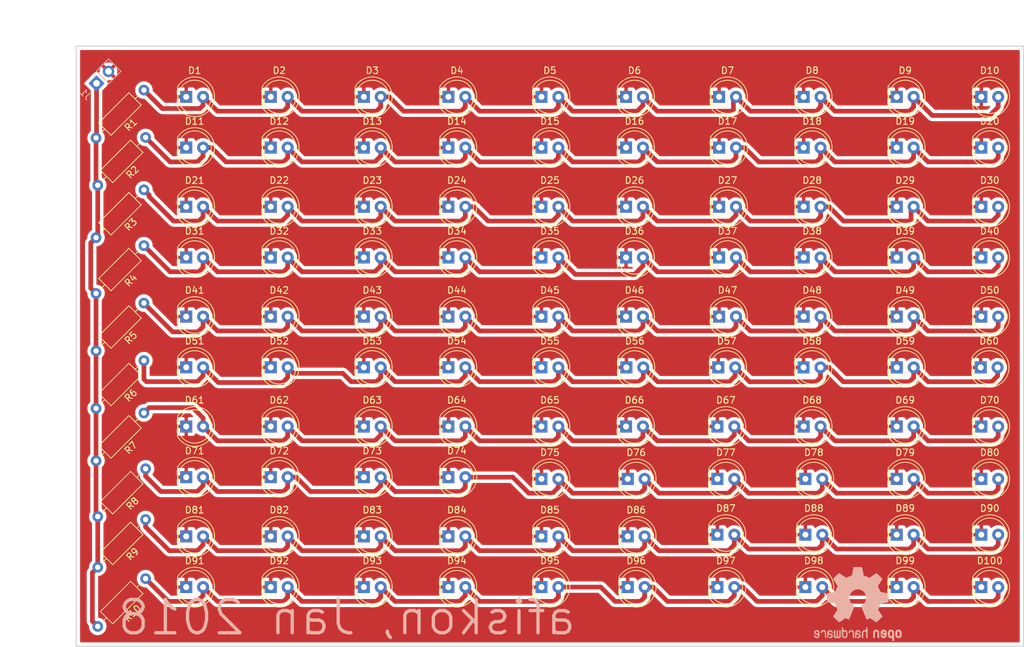
<source format=kicad_pcb>
(kicad_pcb (version 20170922) (host pcbnew "(2017-11-15 revision 370c3b068)-master")
  (layers (0 F.Cu signal) (31 B.Cu signal) (34 B.Paste user) (35 F.Paste user) (36 B.SilkS user) (37 F.SilkS user) (38 B.Mask user) (39 F.Mask user) (44 Edge.Cuts user))
  (net 0 "")
  (net 1 +5V)
  (net 2 "Net-(D1-Pad2)")
  (net 3 "Net-(D41-Pad2)")
  (net 4 GND)
  (net 5 "Net-(D11-Pad2)")
  (net 6 "Net-(D51-Pad2)")
  (net 7 "Net-(D81-Pad2)")
  (net 8 "Net-(D100-Pad2)")
  (net 9 "Net-(D21-Pad2)")
  (net 10 "Net-(D31-Pad2)")
  (net 11 "Net-(D61-Pad2)")
  (net 12 "Net-(D71-Pad2)")
  (module Symbols:OSHW-Logo2_14.6x12mm_SilkScreen (layer B.Cu) (at 142.748 107.95 180)
    (fp_text reference REF*** hide)
    (fp_text value OSHW-Logo2_14.6x12mm_SilkScreen hide)
  )
  (module LEDs:LED_D5.0mm (layer F.Cu) (at 148.59 105.41)
    (fp_text reference D99 (at 1.27 -3.96) (layer F.SilkS))
    (fp_text value LED)
    (pad 1 thru_hole rect (at 0 0) (size 1.8 1.8) (drill 0.9) (layers *.Cu *.Mask) (net 4 GND))
    (pad 2 thru_hole circle (at 2.54 0) (size 1.8 1.8) (drill 0.9) (layers *.Cu *.Mask) (net 8 "Net-(D100-Pad2)"))
  )
  (module LEDs:LED_D5.0mm (layer F.Cu) (at 134.874 105.41)
    (fp_text reference D98 (at 1.27 -3.96) (layer F.SilkS))
    (fp_text value LED)
    (pad 2 thru_hole circle (at 2.54 0) (size 1.8 1.8) (drill 0.9) (layers *.Cu *.Mask) (net 8 "Net-(D100-Pad2)"))
    (pad 1 thru_hole rect (at 0 0) (size 1.8 1.8) (drill 0.9) (layers *.Cu *.Mask) (net 4 GND))
  )
  (module LEDs:LED_D5.0mm (layer F.Cu) (at 121.666 105.41)
    (fp_text reference D97 (at 1.27 -3.96) (layer F.SilkS))
    (fp_text value LED)
    (pad 1 thru_hole rect (at 0 0) (size 1.8 1.8) (drill 0.9) (layers *.Cu *.Mask) (net 4 GND))
    (pad 2 thru_hole circle (at 2.54 0) (size 1.8 1.8) (drill 0.9) (layers *.Cu *.Mask) (net 8 "Net-(D100-Pad2)"))
  )
  (module LEDs:LED_D5.0mm (layer F.Cu) (at 108.204 105.41)
    (fp_text reference D96 (at 1.27 -3.96) (layer F.SilkS))
    (fp_text value LED)
    (pad 2 thru_hole circle (at 2.54 0) (size 1.8 1.8) (drill 0.9) (layers *.Cu *.Mask) (net 8 "Net-(D100-Pad2)"))
    (pad 1 thru_hole rect (at 0 0) (size 1.8 1.8) (drill 0.9) (layers *.Cu *.Mask) (net 4 GND))
  )
  (module LEDs:LED_D5.0mm (layer F.Cu) (at 95.25 105.41)
    (fp_text reference D95 (at 1.27 -3.96) (layer F.SilkS))
    (fp_text value LED)
    (pad 1 thru_hole rect (at 0 0) (size 1.8 1.8) (drill 0.9) (layers *.Cu *.Mask) (net 4 GND))
    (pad 2 thru_hole circle (at 2.54 0) (size 1.8 1.8) (drill 0.9) (layers *.Cu *.Mask) (net 8 "Net-(D100-Pad2)"))
  )
  (module LEDs:LED_D5.0mm (layer F.Cu) (at 81.28 105.41)
    (fp_text reference D94 (at 1.27 -3.96) (layer F.SilkS))
    (fp_text value LED)
    (pad 2 thru_hole circle (at 2.54 0) (size 1.8 1.8) (drill 0.9) (layers *.Cu *.Mask) (net 8 "Net-(D100-Pad2)"))
    (pad 1 thru_hole rect (at 0 0) (size 1.8 1.8) (drill 0.9) (layers *.Cu *.Mask) (net 4 GND))
  )
  (module LEDs:LED_D5.0mm (layer F.Cu) (at 68.58 105.41)
    (fp_text reference D93 (at 1.27 -3.96) (layer F.SilkS))
    (fp_text value LED)
    (pad 1 thru_hole rect (at 0 0) (size 1.8 1.8) (drill 0.9) (layers *.Cu *.Mask) (net 4 GND))
    (pad 2 thru_hole circle (at 2.54 0) (size 1.8 1.8) (drill 0.9) (layers *.Cu *.Mask) (net 8 "Net-(D100-Pad2)"))
  )
  (module LEDs:LED_D5.0mm (layer F.Cu) (at 54.61 105.41)
    (fp_text reference D92 (at 1.27 -3.96) (layer F.SilkS))
    (fp_text value LED)
    (pad 2 thru_hole circle (at 2.54 0) (size 1.8 1.8) (drill 0.9) (layers *.Cu *.Mask) (net 8 "Net-(D100-Pad2)"))
    (pad 1 thru_hole rect (at 0 0) (size 1.8 1.8) (drill 0.9) (layers *.Cu *.Mask) (net 4 GND))
  )
  (module LEDs:LED_D5.0mm (layer F.Cu) (at 41.91 105.41)
    (fp_text reference D91 (at 1.27 -3.96) (layer F.SilkS))
    (fp_text value LED)
    (pad 1 thru_hole rect (at 0 0) (size 1.8 1.8) (drill 0.9) (layers *.Cu *.Mask) (net 4 GND))
    (pad 2 thru_hole circle (at 2.54 0) (size 1.8 1.8) (drill 0.9) (layers *.Cu *.Mask) (net 8 "Net-(D100-Pad2)"))
  )
  (module LEDs:LED_D5.0mm (layer F.Cu) (at 148.59 97.536)
    (fp_text reference D89 (at 1.27 -3.96) (layer F.SilkS))
    (fp_text value LED)
    (pad 2 thru_hole circle (at 2.54 0) (size 1.8 1.8) (drill 0.9) (layers *.Cu *.Mask) (net 7 "Net-(D81-Pad2)"))
    (pad 1 thru_hole rect (at 0 0) (size 1.8 1.8) (drill 0.9) (layers *.Cu *.Mask) (net 4 GND))
  )
  (module LEDs:LED_D5.0mm (layer F.Cu) (at 121.666 97.536)
    (fp_text reference D87 (at 1.27 -3.96) (layer F.SilkS))
    (fp_text value LED)
    (pad 1 thru_hole rect (at 0 0) (size 1.8 1.8) (drill 0.9) (layers *.Cu *.Mask) (net 4 GND))
    (pad 2 thru_hole circle (at 2.54 0) (size 1.8 1.8) (drill 0.9) (layers *.Cu *.Mask) (net 7 "Net-(D81-Pad2)"))
  )
  (module LEDs:LED_D5.0mm (layer F.Cu) (at 108.204 97.79)
    (fp_text reference D86 (at 1.27 -3.96) (layer F.SilkS))
    (fp_text value LED)
    (pad 2 thru_hole circle (at 2.54 0) (size 1.8 1.8) (drill 0.9) (layers *.Cu *.Mask) (net 7 "Net-(D81-Pad2)"))
    (pad 1 thru_hole rect (at 0 0) (size 1.8 1.8) (drill 0.9) (layers *.Cu *.Mask) (net 4 GND))
  )
  (module LEDs:LED_D5.0mm (layer F.Cu) (at 95.25 97.79)
    (fp_text reference D85 (at 1.27 -3.96) (layer F.SilkS))
    (fp_text value LED)
    (pad 1 thru_hole rect (at 0 0) (size 1.8 1.8) (drill 0.9) (layers *.Cu *.Mask) (net 4 GND))
    (pad 2 thru_hole circle (at 2.54 0) (size 1.8 1.8) (drill 0.9) (layers *.Cu *.Mask) (net 7 "Net-(D81-Pad2)"))
  )
  (module LEDs:LED_D5.0mm (layer F.Cu) (at 81.28 97.79)
    (fp_text reference D84 (at 1.27 -3.96) (layer F.SilkS))
    (fp_text value LED)
    (pad 2 thru_hole circle (at 2.54 0) (size 1.8 1.8) (drill 0.9) (layers *.Cu *.Mask) (net 7 "Net-(D81-Pad2)"))
    (pad 1 thru_hole rect (at 0 0) (size 1.8 1.8) (drill 0.9) (layers *.Cu *.Mask) (net 4 GND))
  )
  (module LEDs:LED_D5.0mm (layer F.Cu) (at 68.58 97.79)
    (fp_text reference D83 (at 1.27 -3.96) (layer F.SilkS))
    (fp_text value LED)
    (pad 1 thru_hole rect (at 0 0) (size 1.8 1.8) (drill 0.9) (layers *.Cu *.Mask) (net 4 GND))
    (pad 2 thru_hole circle (at 2.54 0) (size 1.8 1.8) (drill 0.9) (layers *.Cu *.Mask) (net 7 "Net-(D81-Pad2)"))
  )
  (module LEDs:LED_D5.0mm (layer F.Cu) (at 54.61 97.79)
    (fp_text reference D82 (at 1.27 -3.96) (layer F.SilkS))
    (fp_text value LED)
    (pad 2 thru_hole circle (at 2.54 0) (size 1.8 1.8) (drill 0.9) (layers *.Cu *.Mask) (net 7 "Net-(D81-Pad2)"))
    (pad 1 thru_hole rect (at 0 0) (size 1.8 1.8) (drill 0.9) (layers *.Cu *.Mask) (net 4 GND))
  )
  (module LEDs:LED_D5.0mm (layer F.Cu) (at 41.91 97.79)
    (fp_text reference D81 (at 1.27 -3.96) (layer F.SilkS))
    (fp_text value LED)
    (pad 1 thru_hole rect (at 0 0) (size 1.8 1.8) (drill 0.9) (layers *.Cu *.Mask) (net 4 GND))
    (pad 2 thru_hole circle (at 2.54 0) (size 1.8 1.8) (drill 0.9) (layers *.Cu *.Mask) (net 7 "Net-(D81-Pad2)"))
  )
  (module LEDs:LED_D5.0mm (layer F.Cu) (at 134.874 97.536)
    (fp_text reference D88 (at 1.27 -3.96) (layer F.SilkS))
    (fp_text value LED)
    (pad 2 thru_hole circle (at 2.54 0) (size 1.8 1.8) (drill 0.9) (layers *.Cu *.Mask) (net 7 "Net-(D81-Pad2)"))
    (pad 1 thru_hole rect (at 0 0) (size 1.8 1.8) (drill 0.9) (layers *.Cu *.Mask) (net 4 GND))
  )
  (module LEDs:LED_D5.0mm (layer F.Cu) (at 161.29 105.41)
    (fp_text reference D100 (at 1.27 -3.96) (layer F.SilkS))
    (fp_text value LED)
    (pad 1 thru_hole rect (at 0 0) (size 1.8 1.8) (drill 0.9) (layers *.Cu *.Mask) (net 4 GND))
    (pad 2 thru_hole circle (at 2.54 0) (size 1.8 1.8) (drill 0.9) (layers *.Cu *.Mask) (net 8 "Net-(D100-Pad2)"))
  )
  (module LEDs:LED_D5.0mm (layer F.Cu) (at 161.29 97.536)
    (fp_text reference D90 (at 1.27 -3.96) (layer F.SilkS))
    (fp_text value LED)
    (pad 2 thru_hole circle (at 2.54 0) (size 1.8 1.8) (drill 0.9) (layers *.Cu *.Mask) (net 7 "Net-(D81-Pad2)"))
    (pad 1 thru_hole rect (at 0 0) (size 1.8 1.8) (drill 0.9) (layers *.Cu *.Mask) (net 4 GND))
  )
  (module LEDs:LED_D5.0mm (layer F.Cu) (at 148.59 89.154)
    (fp_text reference D79 (at 1.27 -3.96) (layer F.SilkS))
    (fp_text value LED)
    (pad 1 thru_hole rect (at 0 0) (size 1.8 1.8) (drill 0.9) (layers *.Cu *.Mask) (net 4 GND))
    (pad 2 thru_hole circle (at 2.54 0) (size 1.8 1.8) (drill 0.9) (layers *.Cu *.Mask) (net 12 "Net-(D71-Pad2)"))
  )
  (module LEDs:LED_D5.0mm (layer F.Cu) (at 134.874 89.154)
    (fp_text reference D78 (at 1.27 -3.96) (layer F.SilkS))
    (fp_text value LED)
    (pad 2 thru_hole circle (at 2.54 0) (size 1.8 1.8) (drill 0.9) (layers *.Cu *.Mask) (net 12 "Net-(D71-Pad2)"))
    (pad 1 thru_hole rect (at 0 0) (size 1.8 1.8) (drill 0.9) (layers *.Cu *.Mask) (net 4 GND))
  )
  (module LEDs:LED_D5.0mm (layer F.Cu) (at 121.666 89.154)
    (fp_text reference D77 (at 1.27 -3.96) (layer F.SilkS))
    (fp_text value LED)
    (pad 1 thru_hole rect (at 0 0) (size 1.8 1.8) (drill 0.9) (layers *.Cu *.Mask) (net 4 GND))
    (pad 2 thru_hole circle (at 2.54 0) (size 1.8 1.8) (drill 0.9) (layers *.Cu *.Mask) (net 12 "Net-(D71-Pad2)"))
  )
  (module LEDs:LED_D5.0mm (layer F.Cu) (at 108.204 89.154)
    (fp_text reference D76 (at 1.27 -3.96) (layer F.SilkS))
    (fp_text value LED)
    (pad 2 thru_hole circle (at 2.54 0) (size 1.8 1.8) (drill 0.9) (layers *.Cu *.Mask) (net 12 "Net-(D71-Pad2)"))
    (pad 1 thru_hole rect (at 0 0) (size 1.8 1.8) (drill 0.9) (layers *.Cu *.Mask) (net 4 GND))
  )
  (module LEDs:LED_D5.0mm (layer F.Cu) (at 95.25 89.154)
    (fp_text reference D75 (at 1.27 -3.96) (layer F.SilkS))
    (fp_text value LED)
    (pad 1 thru_hole rect (at 0 0) (size 1.8 1.8) (drill 0.9) (layers *.Cu *.Mask) (net 4 GND))
    (pad 2 thru_hole circle (at 2.54 0) (size 1.8 1.8) (drill 0.9) (layers *.Cu *.Mask) (net 12 "Net-(D71-Pad2)"))
  )
  (module LEDs:LED_D5.0mm (layer F.Cu) (at 81.28 88.9)
    (fp_text reference D74 (at 1.27 -3.96) (layer F.SilkS))
    (fp_text value LED)
    (pad 2 thru_hole circle (at 2.54 0) (size 1.8 1.8) (drill 0.9) (layers *.Cu *.Mask) (net 12 "Net-(D71-Pad2)"))
    (pad 1 thru_hole rect (at 0 0) (size 1.8 1.8) (drill 0.9) (layers *.Cu *.Mask) (net 4 GND))
  )
  (module LEDs:LED_D5.0mm (layer F.Cu) (at 68.58 88.9)
    (fp_text reference D73 (at 1.27 -3.96) (layer F.SilkS))
    (fp_text value LED)
    (pad 1 thru_hole rect (at 0 0) (size 1.8 1.8) (drill 0.9) (layers *.Cu *.Mask) (net 4 GND))
    (pad 2 thru_hole circle (at 2.54 0) (size 1.8 1.8) (drill 0.9) (layers *.Cu *.Mask) (net 12 "Net-(D71-Pad2)"))
  )
  (module LEDs:LED_D5.0mm (layer F.Cu) (at 81.28 81.28)
    (fp_text reference D64 (at 1.27 -3.96) (layer F.SilkS))
    (fp_text value LED)
    (pad 2 thru_hole circle (at 2.54 0) (size 1.8 1.8) (drill 0.9) (layers *.Cu *.Mask) (net 11 "Net-(D61-Pad2)"))
    (pad 1 thru_hole rect (at 0 0) (size 1.8 1.8) (drill 0.9) (layers *.Cu *.Mask) (net 4 GND))
  )
  (module LEDs:LED_D5.0mm (layer F.Cu) (at 41.91 88.9)
    (fp_text reference D71 (at 1.27 -3.96) (layer F.SilkS))
    (fp_text value LED)
    (pad 1 thru_hole rect (at 0 0) (size 1.8 1.8) (drill 0.9) (layers *.Cu *.Mask) (net 4 GND))
    (pad 2 thru_hole circle (at 2.54 0) (size 1.8 1.8) (drill 0.9) (layers *.Cu *.Mask) (net 12 "Net-(D71-Pad2)"))
  )
  (module LEDs:LED_D5.0mm (layer F.Cu) (at 161.29 39.37)
    (fp_text reference D20 (at 1.27 -3.96) (layer F.SilkS))
    (fp_text value LED)
    (pad 2 thru_hole circle (at 2.54 0) (size 1.8 1.8) (drill 0.9) (layers *.Cu *.Mask) (net 5 "Net-(D11-Pad2)"))
    (pad 1 thru_hole rect (at 0 0) (size 1.8 1.8) (drill 0.9) (layers *.Cu *.Mask) (net 4 GND))
  )
  (module LEDs:LED_D5.0mm (layer F.Cu) (at 148.59 81.28)
    (fp_text reference D69 (at 1.27 -3.96) (layer F.SilkS))
    (fp_text value LED)
    (pad 1 thru_hole rect (at 0 0) (size 1.8 1.8) (drill 0.9) (layers *.Cu *.Mask) (net 4 GND))
    (pad 2 thru_hole circle (at 2.54 0) (size 1.8 1.8) (drill 0.9) (layers *.Cu *.Mask) (net 11 "Net-(D61-Pad2)"))
  )
  (module LEDs:LED_D5.0mm (layer F.Cu) (at 134.62 81.28)
    (fp_text reference D68 (at 1.27 -3.96) (layer F.SilkS))
    (fp_text value LED)
    (pad 2 thru_hole circle (at 2.54 0) (size 1.8 1.8) (drill 0.9) (layers *.Cu *.Mask) (net 11 "Net-(D61-Pad2)"))
    (pad 1 thru_hole rect (at 0 0) (size 1.8 1.8) (drill 0.9) (layers *.Cu *.Mask) (net 4 GND))
  )
  (module LEDs:LED_D5.0mm (layer F.Cu) (at 121.666 81.28)
    (fp_text reference D67 (at 1.27 -3.96) (layer F.SilkS))
    (fp_text value LED)
    (pad 1 thru_hole rect (at 0 0) (size 1.8 1.8) (drill 0.9) (layers *.Cu *.Mask) (net 4 GND))
    (pad 2 thru_hole circle (at 2.54 0) (size 1.8 1.8) (drill 0.9) (layers *.Cu *.Mask) (net 11 "Net-(D61-Pad2)"))
  )
  (module LEDs:LED_D5.0mm (layer F.Cu) (at 107.95 81.28)
    (fp_text reference D66 (at 1.27 -3.96) (layer F.SilkS))
    (fp_text value LED)
    (pad 2 thru_hole circle (at 2.54 0) (size 1.8 1.8) (drill 0.9) (layers *.Cu *.Mask) (net 11 "Net-(D61-Pad2)"))
    (pad 1 thru_hole rect (at 0 0) (size 1.8 1.8) (drill 0.9) (layers *.Cu *.Mask) (net 4 GND))
  )
  (module LEDs:LED_D5.0mm (layer F.Cu) (at 95.25 81.28)
    (fp_text reference D65 (at 1.27 -3.96) (layer F.SilkS))
    (fp_text value LED)
    (pad 1 thru_hole rect (at 0 0) (size 1.8 1.8) (drill 0.9) (layers *.Cu *.Mask) (net 4 GND))
    (pad 2 thru_hole circle (at 2.54 0) (size 1.8 1.8) (drill 0.9) (layers *.Cu *.Mask) (net 11 "Net-(D61-Pad2)"))
  )
  (module LEDs:LED_D5.0mm (layer F.Cu) (at 54.61 39.37)
    (fp_text reference D12 (at 1.27 -3.96) (layer F.SilkS))
    (fp_text value LED)
    (pad 2 thru_hole circle (at 2.54 0) (size 1.8 1.8) (drill 0.9) (layers *.Cu *.Mask) (net 5 "Net-(D11-Pad2)"))
    (pad 1 thru_hole rect (at 0 0) (size 1.8 1.8) (drill 0.9) (layers *.Cu *.Mask) (net 4 GND))
  )
  (module LEDs:LED_D5.0mm (layer F.Cu) (at 68.58 48.26)
    (fp_text reference D23 (at 1.27 -3.96) (layer F.SilkS))
    (fp_text value LED)
    (pad 1 thru_hole rect (at 0 0) (size 1.8 1.8) (drill 0.9) (layers *.Cu *.Mask) (net 4 GND))
    (pad 2 thru_hole circle (at 2.54 0) (size 1.8 1.8) (drill 0.9) (layers *.Cu *.Mask) (net 9 "Net-(D21-Pad2)"))
  )
  (module LEDs:LED_D5.0mm (layer F.Cu) (at 54.61 48.26)
    (fp_text reference D22 (at 1.27 -3.96) (layer F.SilkS))
    (fp_text value LED)
    (pad 2 thru_hole circle (at 2.54 0) (size 1.8 1.8) (drill 0.9) (layers *.Cu *.Mask) (net 9 "Net-(D21-Pad2)"))
    (pad 1 thru_hole rect (at 0 0) (size 1.8 1.8) (drill 0.9) (layers *.Cu *.Mask) (net 4 GND))
  )
  (module LEDs:LED_D5.0mm (layer F.Cu) (at 41.91 48.26)
    (fp_text reference D21 (at 1.27 -3.96) (layer F.SilkS))
    (fp_text value LED)
    (pad 1 thru_hole rect (at 0 0) (size 1.8 1.8) (drill 0.9) (layers *.Cu *.Mask) (net 4 GND))
    (pad 2 thru_hole circle (at 2.54 0) (size 1.8 1.8) (drill 0.9) (layers *.Cu *.Mask) (net 9 "Net-(D21-Pad2)"))
  )
  (module LEDs:LED_D5.0mm (layer F.Cu) (at 161.29 81.28)
    (fp_text reference D70 (at 1.27 -3.96) (layer F.SilkS))
    (fp_text value LED)
    (pad 2 thru_hole circle (at 2.54 0) (size 1.8 1.8) (drill 0.9) (layers *.Cu *.Mask) (net 11 "Net-(D61-Pad2)"))
    (pad 1 thru_hole rect (at 0 0) (size 1.8 1.8) (drill 0.9) (layers *.Cu *.Mask) (net 4 GND))
  )
  (module LEDs:LED_D5.0mm (layer F.Cu) (at 68.58 81.28)
    (fp_text reference D63 (at 1.27 -3.96) (layer F.SilkS))
    (fp_text value LED)
    (pad 1 thru_hole rect (at 0 0) (size 1.8 1.8) (drill 0.9) (layers *.Cu *.Mask) (net 4 GND))
    (pad 2 thru_hole circle (at 2.54 0) (size 1.8 1.8) (drill 0.9) (layers *.Cu *.Mask) (net 11 "Net-(D61-Pad2)"))
  )
  (module LEDs:LED_D5.0mm (layer F.Cu) (at 121.92 64.77)
    (fp_text reference D47 (at 1.27 -3.96) (layer F.SilkS))
    (fp_text value LED)
    (pad 2 thru_hole circle (at 2.54 0) (size 1.8 1.8) (drill 0.9) (layers *.Cu *.Mask) (net 3 "Net-(D41-Pad2)"))
    (pad 1 thru_hole rect (at 0 0) (size 1.8 1.8) (drill 0.9) (layers *.Cu *.Mask) (net 4 GND))
  )
  (module LEDs:LED_D5.0mm (layer F.Cu) (at 54.61 81.28)
    (fp_text reference D62 (at 1.27 -3.96) (layer F.SilkS))
    (fp_text value LED)
    (pad 1 thru_hole rect (at 0 0) (size 1.8 1.8) (drill 0.9) (layers *.Cu *.Mask) (net 4 GND))
    (pad 2 thru_hole circle (at 2.54 0) (size 1.8 1.8) (drill 0.9) (layers *.Cu *.Mask) (net 11 "Net-(D61-Pad2)"))
  )
  (module LEDs:LED_D5.0mm (layer F.Cu) (at 41.91 81.28)
    (fp_text reference D61 (at 1.27 -3.96) (layer F.SilkS))
    (fp_text value LED)
    (pad 2 thru_hole circle (at 2.54 0) (size 1.8 1.8) (drill 0.9) (layers *.Cu *.Mask) (net 11 "Net-(D61-Pad2)"))
    (pad 1 thru_hole rect (at 0 0) (size 1.8 1.8) (drill 0.9) (layers *.Cu *.Mask) (net 4 GND))
  )
  (module LEDs:LED_D5.0mm (layer F.Cu) (at 161.2 72.4)
    (fp_text reference D60 (at 1.27 -3.96) (layer F.SilkS))
    (fp_text value LED)
    (pad 1 thru_hole rect (at 0 0) (size 1.8 1.8) (drill 0.9) (layers *.Cu *.Mask) (net 4 GND))
    (pad 2 thru_hole circle (at 2.54 0) (size 1.8 1.8) (drill 0.9) (layers *.Cu *.Mask) (net 6 "Net-(D51-Pad2)"))
  )
  (module LEDs:LED_D5.0mm (layer F.Cu) (at 148.6 72.4)
    (fp_text reference D59 (at 1.27 -3.96) (layer F.SilkS))
    (fp_text value LED)
    (pad 2 thru_hole circle (at 2.54 0) (size 1.8 1.8) (drill 0.9) (layers *.Cu *.Mask) (net 6 "Net-(D51-Pad2)"))
    (pad 1 thru_hole rect (at 0 0) (size 1.8 1.8) (drill 0.9) (layers *.Cu *.Mask) (net 4 GND))
  )
  (module LEDs:LED_D5.0mm (layer F.Cu) (at 134.6 72.4)
    (fp_text reference D58 (at 1.27 -3.96) (layer F.SilkS))
    (fp_text value LED)
    (pad 1 thru_hole rect (at 0 0) (size 1.8 1.8) (drill 0.9) (layers *.Cu *.Mask) (net 4 GND))
    (pad 2 thru_hole circle (at 2.54 0) (size 1.8 1.8) (drill 0.9) (layers *.Cu *.Mask) (net 6 "Net-(D51-Pad2)"))
  )
  (module LEDs:LED_D5.0mm (layer F.Cu) (at 121.8 72.4)
    (fp_text reference D57 (at 1.27 -3.96) (layer F.SilkS))
    (fp_text value LED)
    (pad 2 thru_hole circle (at 2.54 0) (size 1.8 1.8) (drill 0.9) (layers *.Cu *.Mask) (net 6 "Net-(D51-Pad2)"))
    (pad 1 thru_hole rect (at 0 0) (size 1.8 1.8) (drill 0.9) (layers *.Cu *.Mask) (net 4 GND))
  )
  (module LEDs:LED_D5.0mm (layer F.Cu) (at 108 72.4)
    (fp_text reference D56 (at 1.27 -3.96) (layer F.SilkS))
    (fp_text value LED)
    (pad 1 thru_hole rect (at 0 0) (size 1.8 1.8) (drill 0.9) (layers *.Cu *.Mask) (net 4 GND))
    (pad 2 thru_hole circle (at 2.54 0) (size 1.8 1.8) (drill 0.9) (layers *.Cu *.Mask) (net 6 "Net-(D51-Pad2)"))
  )
  (module LEDs:LED_D5.0mm (layer F.Cu) (at 161.29 89.154)
    (fp_text reference D80 (at 1.27 -3.96) (layer F.SilkS))
    (fp_text value LED)
    (pad 2 thru_hole circle (at 2.54 0) (size 1.8 1.8) (drill 0.9) (layers *.Cu *.Mask) (net 12 "Net-(D71-Pad2)"))
    (pad 1 thru_hole rect (at 0 0) (size 1.8 1.8) (drill 0.9) (layers *.Cu *.Mask) (net 4 GND))
  )
  (module LEDs:LED_D5.0mm (layer F.Cu) (at 81.28 72.39)
    (fp_text reference D54 (at 1.27 -3.96) (layer F.SilkS))
    (fp_text value LED)
    (pad 1 thru_hole rect (at 0 0) (size 1.8 1.8) (drill 0.9) (layers *.Cu *.Mask) (net 4 GND))
    (pad 2 thru_hole circle (at 2.54 0) (size 1.8 1.8) (drill 0.9) (layers *.Cu *.Mask) (net 6 "Net-(D51-Pad2)"))
  )
  (module LEDs:LED_D5.0mm (layer F.Cu) (at 68.58 72.39)
    (fp_text reference D53 (at 1.27 -3.96) (layer F.SilkS))
    (fp_text value LED)
    (pad 2 thru_hole circle (at 2.54 0) (size 1.8 1.8) (drill 0.9) (layers *.Cu *.Mask) (net 6 "Net-(D51-Pad2)"))
    (pad 1 thru_hole rect (at 0 0) (size 1.8 1.8) (drill 0.9) (layers *.Cu *.Mask) (net 4 GND))
  )
  (module LEDs:LED_D5.0mm (layer F.Cu) (at 54.61 72.39)
    (fp_text reference D52 (at 1.27 -3.96) (layer F.SilkS))
    (fp_text value LED)
    (pad 1 thru_hole rect (at 0 0) (size 1.8 1.8) (drill 0.9) (layers *.Cu *.Mask) (net 4 GND))
    (pad 2 thru_hole circle (at 2.54 0) (size 1.8 1.8) (drill 0.9) (layers *.Cu *.Mask) (net 6 "Net-(D51-Pad2)"))
  )
  (module LEDs:LED_D5.0mm (layer F.Cu) (at 41.91 72.39)
    (fp_text reference D51 (at 1.27 -3.96) (layer F.SilkS))
    (fp_text value LED)
    (pad 2 thru_hole circle (at 2.54 0) (size 1.8 1.8) (drill 0.9) (layers *.Cu *.Mask) (net 6 "Net-(D51-Pad2)"))
    (pad 1 thru_hole rect (at 0 0) (size 1.8 1.8) (drill 0.9) (layers *.Cu *.Mask) (net 4 GND))
  )
  (module LEDs:LED_D5.0mm (layer F.Cu) (at 161.29 64.77)
    (fp_text reference D50 (at 1.27 -3.96) (layer F.SilkS))
    (fp_text value LED)
    (pad 1 thru_hole rect (at 0 0) (size 1.8 1.8) (drill 0.9) (layers *.Cu *.Mask) (net 4 GND))
    (pad 2 thru_hole circle (at 2.54 0) (size 1.8 1.8) (drill 0.9) (layers *.Cu *.Mask) (net 3 "Net-(D41-Pad2)"))
  )
  (module LEDs:LED_D5.0mm (layer F.Cu) (at 148.59 64.77)
    (fp_text reference D49 (at 1.27 -3.96) (layer F.SilkS))
    (fp_text value LED)
    (pad 2 thru_hole circle (at 2.54 0) (size 1.8 1.8) (drill 0.9) (layers *.Cu *.Mask) (net 3 "Net-(D41-Pad2)"))
    (pad 1 thru_hole rect (at 0 0) (size 1.8 1.8) (drill 0.9) (layers *.Cu *.Mask) (net 4 GND))
  )
  (module LEDs:LED_D5.0mm (layer F.Cu) (at 134.62 64.77)
    (fp_text reference D48 (at 1.27 -3.96) (layer F.SilkS))
    (fp_text value LED)
    (pad 1 thru_hole rect (at 0 0) (size 1.8 1.8) (drill 0.9) (layers *.Cu *.Mask) (net 4 GND))
    (pad 2 thru_hole circle (at 2.54 0) (size 1.8 1.8) (drill 0.9) (layers *.Cu *.Mask) (net 3 "Net-(D41-Pad2)"))
  )
  (module LEDs:LED_D5.0mm (layer F.Cu) (at 107.95 64.77)
    (fp_text reference D46 (at 1.27 -3.96) (layer F.SilkS))
    (fp_text value LED)
    (pad 2 thru_hole circle (at 2.54 0) (size 1.8 1.8) (drill 0.9) (layers *.Cu *.Mask) (net 3 "Net-(D41-Pad2)"))
    (pad 1 thru_hole rect (at 0 0) (size 1.8 1.8) (drill 0.9) (layers *.Cu *.Mask) (net 4 GND))
  )
  (module LEDs:LED_D5.0mm (layer F.Cu) (at 54.61 88.9)
    (fp_text reference D72 (at 1.27 -3.96) (layer F.SilkS))
    (fp_text value LED)
    (pad 1 thru_hole rect (at 0 0) (size 1.8 1.8) (drill 0.9) (layers *.Cu *.Mask) (net 4 GND))
    (pad 2 thru_hole circle (at 2.54 0) (size 1.8 1.8) (drill 0.9) (layers *.Cu *.Mask) (net 12 "Net-(D71-Pad2)"))
  )
  (module LEDs:LED_D5.0mm (layer F.Cu) (at 95.25 72.39)
    (fp_text reference D55 (at 1.27 -3.96) (layer F.SilkS))
    (fp_text value LED)
    (pad 2 thru_hole circle (at 2.54 0) (size 1.8 1.8) (drill 0.9) (layers *.Cu *.Mask) (net 6 "Net-(D51-Pad2)"))
    (pad 1 thru_hole rect (at 0 0) (size 1.8 1.8) (drill 0.9) (layers *.Cu *.Mask) (net 4 GND))
  )
  (module LEDs:LED_D5.0mm (layer F.Cu) (at 81.28 64.77)
    (fp_text reference D44 (at 1.27 -3.96) (layer F.SilkS))
    (fp_text value LED)
    (pad 1 thru_hole rect (at 0 0) (size 1.8 1.8) (drill 0.9) (layers *.Cu *.Mask) (net 4 GND))
    (pad 2 thru_hole circle (at 2.54 0) (size 1.8 1.8) (drill 0.9) (layers *.Cu *.Mask) (net 3 "Net-(D41-Pad2)"))
  )
  (module LEDs:LED_D5.0mm (layer F.Cu) (at 68.58 64.77)
    (fp_text reference D43 (at 1.27 -3.96) (layer F.SilkS))
    (fp_text value LED)
    (pad 2 thru_hole circle (at 2.54 0) (size 1.8 1.8) (drill 0.9) (layers *.Cu *.Mask) (net 3 "Net-(D41-Pad2)"))
    (pad 1 thru_hole rect (at 0 0) (size 1.8 1.8) (drill 0.9) (layers *.Cu *.Mask) (net 4 GND))
  )
  (module LEDs:LED_D5.0mm (layer F.Cu) (at 54.61 64.77)
    (fp_text reference D42 (at 1.27 -3.96) (layer F.SilkS))
    (fp_text value LED)
    (pad 1 thru_hole rect (at 0 0) (size 1.8 1.8) (drill 0.9) (layers *.Cu *.Mask) (net 4 GND))
    (pad 2 thru_hole circle (at 2.54 0) (size 1.8 1.8) (drill 0.9) (layers *.Cu *.Mask) (net 3 "Net-(D41-Pad2)"))
  )
  (module LEDs:LED_D5.0mm (layer F.Cu) (at 41.91 64.77)
    (fp_text reference D41 (at 1.27 -3.96) (layer F.SilkS))
    (fp_text value LED)
    (pad 2 thru_hole circle (at 2.54 0) (size 1.8 1.8) (drill 0.9) (layers *.Cu *.Mask) (net 3 "Net-(D41-Pad2)"))
    (pad 1 thru_hole rect (at 0 0) (size 1.8 1.8) (drill 0.9) (layers *.Cu *.Mask) (net 4 GND))
  )
  (module LEDs:LED_D5.0mm (layer F.Cu) (at 161.29 55.88)
    (fp_text reference D40 (at 1.27 -3.96) (layer F.SilkS))
    (fp_text value LED)
    (pad 1 thru_hole rect (at 0 0) (size 1.8 1.8) (drill 0.9) (layers *.Cu *.Mask) (net 4 GND))
    (pad 2 thru_hole circle (at 2.54 0) (size 1.8 1.8) (drill 0.9) (layers *.Cu *.Mask) (net 10 "Net-(D31-Pad2)"))
  )
  (module LEDs:LED_D5.0mm (layer F.Cu) (at 148.59 55.88)
    (fp_text reference D39 (at 1.27 -3.96) (layer F.SilkS))
    (fp_text value LED)
    (pad 2 thru_hole circle (at 2.54 0) (size 1.8 1.8) (drill 0.9) (layers *.Cu *.Mask) (net 10 "Net-(D31-Pad2)"))
    (pad 1 thru_hole rect (at 0 0) (size 1.8 1.8) (drill 0.9) (layers *.Cu *.Mask) (net 4 GND))
  )
  (module LEDs:LED_D5.0mm (layer F.Cu) (at 134.62 55.88)
    (fp_text reference D38 (at 1.27 -3.96) (layer F.SilkS))
    (fp_text value LED)
    (pad 1 thru_hole rect (at 0 0) (size 1.8 1.8) (drill 0.9) (layers *.Cu *.Mask) (net 4 GND))
    (pad 2 thru_hole circle (at 2.54 0) (size 1.8 1.8) (drill 0.9) (layers *.Cu *.Mask) (net 10 "Net-(D31-Pad2)"))
  )
  (module LEDs:LED_D5.0mm (layer F.Cu) (at 121.92 55.88)
    (fp_text reference D37 (at 1.27 -3.96) (layer F.SilkS))
    (fp_text value LED)
    (pad 2 thru_hole circle (at 2.54 0) (size 1.8 1.8) (drill 0.9) (layers *.Cu *.Mask) (net 10 "Net-(D31-Pad2)"))
    (pad 1 thru_hole rect (at 0 0) (size 1.8 1.8) (drill 0.9) (layers *.Cu *.Mask) (net 4 GND))
  )
  (module LEDs:LED_D5.0mm (layer F.Cu) (at 107.95 55.88)
    (fp_text reference D36 (at 1.27 -3.96) (layer F.SilkS))
    (fp_text value LED)
    (pad 1 thru_hole rect (at 0 0) (size 1.8 1.8) (drill 0.9) (layers *.Cu *.Mask) (net 4 GND))
    (pad 2 thru_hole circle (at 2.54 0) (size 1.8 1.8) (drill 0.9) (layers *.Cu *.Mask) (net 10 "Net-(D31-Pad2)"))
  )
  (module LEDs:LED_D5.0mm (layer F.Cu) (at 95.25 64.77)
    (fp_text reference D45 (at 1.27 -3.96) (layer F.SilkS))
    (fp_text value LED)
    (pad 2 thru_hole circle (at 2.54 0) (size 1.8 1.8) (drill 0.9) (layers *.Cu *.Mask) (net 3 "Net-(D41-Pad2)"))
    (pad 1 thru_hole rect (at 0 0) (size 1.8 1.8) (drill 0.9) (layers *.Cu *.Mask) (net 4 GND))
  )
  (module LEDs:LED_D5.0mm (layer F.Cu) (at 81.28 55.88)
    (fp_text reference D34 (at 1.27 -3.96) (layer F.SilkS))
    (fp_text value LED)
    (pad 1 thru_hole rect (at 0 0) (size 1.8 1.8) (drill 0.9) (layers *.Cu *.Mask) (net 4 GND))
    (pad 2 thru_hole circle (at 2.54 0) (size 1.8 1.8) (drill 0.9) (layers *.Cu *.Mask) (net 10 "Net-(D31-Pad2)"))
  )
  (module LEDs:LED_D5.0mm (layer F.Cu) (at 68.58 55.88)
    (fp_text reference D33 (at 1.27 -3.96) (layer F.SilkS))
    (fp_text value LED)
    (pad 2 thru_hole circle (at 2.54 0) (size 1.8 1.8) (drill 0.9) (layers *.Cu *.Mask) (net 10 "Net-(D31-Pad2)"))
    (pad 1 thru_hole rect (at 0 0) (size 1.8 1.8) (drill 0.9) (layers *.Cu *.Mask) (net 4 GND))
  )
  (module LEDs:LED_D5.0mm (layer F.Cu) (at 54.61 55.88)
    (fp_text reference D32 (at 1.27 -3.96) (layer F.SilkS))
    (fp_text value LED)
    (pad 1 thru_hole rect (at 0 0) (size 1.8 1.8) (drill 0.9) (layers *.Cu *.Mask) (net 4 GND))
    (pad 2 thru_hole circle (at 2.54 0) (size 1.8 1.8) (drill 0.9) (layers *.Cu *.Mask) (net 10 "Net-(D31-Pad2)"))
  )
  (module LEDs:LED_D5.0mm (layer F.Cu) (at 41.91 55.88)
    (fp_text reference D31 (at 1.27 -3.96) (layer F.SilkS))
    (fp_text value LED)
    (pad 2 thru_hole circle (at 2.54 0) (size 1.8 1.8) (drill 0.9) (layers *.Cu *.Mask) (net 10 "Net-(D31-Pad2)"))
    (pad 1 thru_hole rect (at 0 0) (size 1.8 1.8) (drill 0.9) (layers *.Cu *.Mask) (net 4 GND))
  )
  (module LEDs:LED_D5.0mm (layer F.Cu) (at 161.29 48.26)
    (fp_text reference D30 (at 1.27 -3.96) (layer F.SilkS))
    (fp_text value LED)
    (pad 1 thru_hole rect (at 0 0) (size 1.8 1.8) (drill 0.9) (layers *.Cu *.Mask) (net 4 GND))
    (pad 2 thru_hole circle (at 2.54 0) (size 1.8 1.8) (drill 0.9) (layers *.Cu *.Mask) (net 9 "Net-(D21-Pad2)"))
  )
  (module LEDs:LED_D5.0mm (layer F.Cu) (at 148.59 48.26)
    (fp_text reference D29 (at 1.27 -3.96) (layer F.SilkS))
    (fp_text value LED)
    (pad 2 thru_hole circle (at 2.54 0) (size 1.8 1.8) (drill 0.9) (layers *.Cu *.Mask) (net 9 "Net-(D21-Pad2)"))
    (pad 1 thru_hole rect (at 0 0) (size 1.8 1.8) (drill 0.9) (layers *.Cu *.Mask) (net 4 GND))
  )
  (module LEDs:LED_D5.0mm (layer F.Cu) (at 134.62 48.26)
    (fp_text reference D28 (at 1.27 -3.96) (layer F.SilkS))
    (fp_text value LED)
    (pad 1 thru_hole rect (at 0 0) (size 1.8 1.8) (drill 0.9) (layers *.Cu *.Mask) (net 4 GND))
    (pad 2 thru_hole circle (at 2.54 0) (size 1.8 1.8) (drill 0.9) (layers *.Cu *.Mask) (net 9 "Net-(D21-Pad2)"))
  )
  (module LEDs:LED_D5.0mm (layer F.Cu) (at 121.92 48.26)
    (fp_text reference D27 (at 1.27 -3.96) (layer F.SilkS))
    (fp_text value LED)
    (pad 2 thru_hole circle (at 2.54 0) (size 1.8 1.8) (drill 0.9) (layers *.Cu *.Mask) (net 9 "Net-(D21-Pad2)"))
    (pad 1 thru_hole rect (at 0 0) (size 1.8 1.8) (drill 0.9) (layers *.Cu *.Mask) (net 4 GND))
  )
  (module LEDs:LED_D5.0mm (layer F.Cu) (at 107.95 48.26)
    (fp_text reference D26 (at 1.27 -3.96) (layer F.SilkS))
    (fp_text value LED)
    (pad 1 thru_hole rect (at 0 0) (size 1.8 1.8) (drill 0.9) (layers *.Cu *.Mask) (net 4 GND))
    (pad 2 thru_hole circle (at 2.54 0) (size 1.8 1.8) (drill 0.9) (layers *.Cu *.Mask) (net 9 "Net-(D21-Pad2)"))
  )
  (module LEDs:LED_D5.0mm (layer F.Cu) (at 41.91 31.75)
    (fp_text reference D1 (at 1.27 -3.96) (layer F.SilkS))
    (fp_text value LED)
    (pad 2 thru_hole circle (at 2.54 0) (size 1.8 1.8) (drill 0.9) (layers *.Cu *.Mask) (net 2 "Net-(D1-Pad2)"))
    (pad 1 thru_hole rect (at 0 0) (size 1.8 1.8) (drill 0.9) (layers *.Cu *.Mask) (net 4 GND))
  )
  (module LEDs:LED_D5.0mm (layer F.Cu) (at 95.25 48.26)
    (fp_text reference D25 (at 1.27 -3.96) (layer F.SilkS))
    (fp_text value LED)
    (pad 1 thru_hole rect (at 0 0) (size 1.8 1.8) (drill 0.9) (layers *.Cu *.Mask) (net 4 GND))
    (pad 2 thru_hole circle (at 2.54 0) (size 1.8 1.8) (drill 0.9) (layers *.Cu *.Mask) (net 9 "Net-(D21-Pad2)"))
  )
  (module LEDs:LED_D5.0mm (layer F.Cu) (at 134.62 39.37)
    (fp_text reference D18 (at 1.27 -3.96) (layer F.SilkS))
    (fp_text value LED)
    (pad 2 thru_hole circle (at 2.54 0) (size 1.8 1.8) (drill 0.9) (layers *.Cu *.Mask) (net 5 "Net-(D11-Pad2)"))
    (pad 1 thru_hole rect (at 0 0) (size 1.8 1.8) (drill 0.9) (layers *.Cu *.Mask) (net 4 GND))
  )
  (module LEDs:LED_D5.0mm (layer F.Cu) (at 121.92 39.37)
    (fp_text reference D17 (at 1.27 -3.96) (layer F.SilkS))
    (fp_text value LED)
    (pad 1 thru_hole rect (at 0 0) (size 1.8 1.8) (drill 0.9) (layers *.Cu *.Mask) (net 4 GND))
    (pad 2 thru_hole circle (at 2.54 0) (size 1.8 1.8) (drill 0.9) (layers *.Cu *.Mask) (net 5 "Net-(D11-Pad2)"))
  )
  (module LEDs:LED_D5.0mm (layer F.Cu) (at 107.95 39.37)
    (fp_text reference D16 (at 1.27 -3.96) (layer F.SilkS))
    (fp_text value LED)
    (pad 2 thru_hole circle (at 2.54 0) (size 1.8 1.8) (drill 0.9) (layers *.Cu *.Mask) (net 5 "Net-(D11-Pad2)"))
    (pad 1 thru_hole rect (at 0 0) (size 1.8 1.8) (drill 0.9) (layers *.Cu *.Mask) (net 4 GND))
  )
  (module LEDs:LED_D5.0mm (layer F.Cu) (at 95.25 39.37)
    (fp_text reference D15 (at 1.27 -3.96) (layer F.SilkS))
    (fp_text value LED)
    (pad 1 thru_hole rect (at 0 0) (size 1.8 1.8) (drill 0.9) (layers *.Cu *.Mask) (net 4 GND))
    (pad 2 thru_hole circle (at 2.54 0) (size 1.8 1.8) (drill 0.9) (layers *.Cu *.Mask) (net 5 "Net-(D11-Pad2)"))
  )
  (module LEDs:LED_D5.0mm (layer F.Cu) (at 81.28 39.37)
    (fp_text reference D14 (at 1.27 -3.96) (layer F.SilkS))
    (fp_text value LED)
    (pad 2 thru_hole circle (at 2.54 0) (size 1.8 1.8) (drill 0.9) (layers *.Cu *.Mask) (net 5 "Net-(D11-Pad2)"))
    (pad 1 thru_hole rect (at 0 0) (size 1.8 1.8) (drill 0.9) (layers *.Cu *.Mask) (net 4 GND))
  )
  (module LEDs:LED_D5.0mm (layer F.Cu) (at 68.58 39.37)
    (fp_text reference D13 (at 1.27 -3.96) (layer F.SilkS))
    (fp_text value LED)
    (pad 1 thru_hole rect (at 0 0) (size 1.8 1.8) (drill 0.9) (layers *.Cu *.Mask) (net 4 GND))
    (pad 2 thru_hole circle (at 2.54 0) (size 1.8 1.8) (drill 0.9) (layers *.Cu *.Mask) (net 5 "Net-(D11-Pad2)"))
  )
  (module LEDs:LED_D5.0mm (layer F.Cu) (at 81.28 48.26)
    (fp_text reference D24 (at 1.27 -3.96) (layer F.SilkS))
    (fp_text value LED)
    (pad 2 thru_hole circle (at 2.54 0) (size 1.8 1.8) (drill 0.9) (layers *.Cu *.Mask) (net 9 "Net-(D21-Pad2)"))
    (pad 1 thru_hole rect (at 0 0) (size 1.8 1.8) (drill 0.9) (layers *.Cu *.Mask) (net 4 GND))
  )
  (module LEDs:LED_D5.0mm (layer F.Cu) (at 41.91 39.37)
    (fp_text reference D11 (at 1.27 -3.96) (layer F.SilkS))
    (fp_text value LED)
    (pad 1 thru_hole rect (at 0 0) (size 1.8 1.8) (drill 0.9) (layers *.Cu *.Mask) (net 4 GND))
    (pad 2 thru_hole circle (at 2.54 0) (size 1.8 1.8) (drill 0.9) (layers *.Cu *.Mask) (net 5 "Net-(D11-Pad2)"))
  )
  (module LEDs:LED_D5.0mm (layer F.Cu) (at 161.29 31.75)
    (fp_text reference D10 (at 1.27 -3.96) (layer F.SilkS))
    (fp_text value LED)
    (pad 2 thru_hole circle (at 2.54 0) (size 1.8 1.8) (drill 0.9) (layers *.Cu *.Mask) (net 2 "Net-(D1-Pad2)"))
    (pad 1 thru_hole rect (at 0 0) (size 1.8 1.8) (drill 0.9) (layers *.Cu *.Mask) (net 4 GND))
  )
  (module LEDs:LED_D5.0mm (layer F.Cu) (at 148.59 31.75)
    (fp_text reference D9 (at 1.27 -3.96) (layer F.SilkS))
    (fp_text value LED)
    (pad 1 thru_hole rect (at 0 0) (size 1.8 1.8) (drill 0.9) (layers *.Cu *.Mask) (net 4 GND))
    (pad 2 thru_hole circle (at 2.54 0) (size 1.8 1.8) (drill 0.9) (layers *.Cu *.Mask) (net 2 "Net-(D1-Pad2)"))
  )
  (module LEDs:LED_D5.0mm (layer F.Cu) (at 134.62 31.75)
    (fp_text reference D8 (at 1.27 -3.96) (layer F.SilkS))
    (fp_text value LED)
    (pad 2 thru_hole circle (at 2.54 0) (size 1.8 1.8) (drill 0.9) (layers *.Cu *.Mask) (net 2 "Net-(D1-Pad2)"))
    (pad 1 thru_hole rect (at 0 0) (size 1.8 1.8) (drill 0.9) (layers *.Cu *.Mask) (net 4 GND))
  )
  (module LEDs:LED_D5.0mm (layer F.Cu) (at 121.92 31.75)
    (fp_text reference D7 (at 1.27 -3.96) (layer F.SilkS))
    (fp_text value LED)
    (pad 1 thru_hole rect (at 0 0) (size 1.8 1.8) (drill 0.9) (layers *.Cu *.Mask) (net 4 GND))
    (pad 2 thru_hole circle (at 2.54 0) (size 1.8 1.8) (drill 0.9) (layers *.Cu *.Mask) (net 2 "Net-(D1-Pad2)"))
  )
  (module LEDs:LED_D5.0mm (layer F.Cu) (at 107.95 31.75)
    (fp_text reference D6 (at 1.27 -3.96) (layer F.SilkS))
    (fp_text value LED)
    (pad 2 thru_hole circle (at 2.54 0) (size 1.8 1.8) (drill 0.9) (layers *.Cu *.Mask) (net 2 "Net-(D1-Pad2)"))
    (pad 1 thru_hole rect (at 0 0) (size 1.8 1.8) (drill 0.9) (layers *.Cu *.Mask) (net 4 GND))
  )
  (module LEDs:LED_D5.0mm (layer F.Cu) (at 95.25 31.75)
    (fp_text reference D5 (at 1.27 -3.96) (layer F.SilkS))
    (fp_text value LED)
    (pad 1 thru_hole rect (at 0 0) (size 1.8 1.8) (drill 0.9) (layers *.Cu *.Mask) (net 4 GND))
    (pad 2 thru_hole circle (at 2.54 0) (size 1.8 1.8) (drill 0.9) (layers *.Cu *.Mask) (net 2 "Net-(D1-Pad2)"))
  )
  (module LEDs:LED_D5.0mm (layer F.Cu) (at 81.28 31.75)
    (fp_text reference D4 (at 1.27 -3.96) (layer F.SilkS))
    (fp_text value LED)
    (pad 2 thru_hole circle (at 2.54 0) (size 1.8 1.8) (drill 0.9) (layers *.Cu *.Mask) (net 2 "Net-(D1-Pad2)"))
    (pad 1 thru_hole rect (at 0 0) (size 1.8 1.8) (drill 0.9) (layers *.Cu *.Mask) (net 4 GND))
  )
  (module LEDs:LED_D5.0mm (layer F.Cu) (at 68.58 31.75)
    (fp_text reference D3 (at 1.27 -3.96) (layer F.SilkS))
    (fp_text value LED)
    (pad 1 thru_hole rect (at 0 0) (size 1.8 1.8) (drill 0.9) (layers *.Cu *.Mask) (net 4 GND))
    (pad 2 thru_hole circle (at 2.54 0) (size 1.8 1.8) (drill 0.9) (layers *.Cu *.Mask) (net 2 "Net-(D1-Pad2)"))
  )
  (module LEDs:LED_D5.0mm (layer F.Cu) (at 54.61 31.75)
    (fp_text reference D2 (at 1.27 -3.96) (layer F.SilkS))
    (fp_text value LED)
    (pad 2 thru_hole circle (at 2.54 0) (size 1.8 1.8) (drill 0.9) (layers *.Cu *.Mask) (net 2 "Net-(D1-Pad2)"))
    (pad 1 thru_hole rect (at 0 0) (size 1.8 1.8) (drill 0.9) (layers *.Cu *.Mask) (net 4 GND))
  )
  (module LEDs:LED_D5.0mm (layer F.Cu) (at 148.59 39.37)
    (fp_text reference D19 (at 1.27 -3.96) (layer F.SilkS))
    (fp_text value LED)
    (pad 1 thru_hole rect (at 0 0) (size 1.8 1.8) (drill 0.9) (layers *.Cu *.Mask) (net 4 GND))
    (pad 2 thru_hole circle (at 2.54 0) (size 1.8 1.8) (drill 0.9) (layers *.Cu *.Mask) (net 5 "Net-(D11-Pad2)"))
  )
  (module LEDs:LED_D5.0mm (layer F.Cu) (at 95.25 55.88)
    (fp_text reference D35 (at 1.27 -3.96) (layer F.SilkS))
    (fp_text value LED)
    (pad 2 thru_hole circle (at 2.54 0) (size 1.8 1.8) (drill 0.9) (layers *.Cu *.Mask) (net 10 "Net-(D31-Pad2)"))
    (pad 1 thru_hole rect (at 0 0) (size 1.8 1.8) (drill 0.9) (layers *.Cu *.Mask) (net 4 GND))
  )
  (module Pin_Headers:Pin_Header_Straight_1x02_Pitch2.54mm (layer B.Cu) (at 28.448 29.718 315)
    (fp_text reference J1 (at 0 2.33 315) (layer B.SilkS) (effects (justify mirror)))
    (fp_text value Conn_01x02)
    (pad 2 thru_hole oval (at 0 -2.54 315) (size 1.7 1.7) (drill 1) (layers *.Cu *.Mask) (net 4 GND))
    (pad 1 thru_hole rect (at 0 0 315) (size 1.7 1.7) (drill 1) (layers *.Cu *.Mask) (net 1 +5V))
  )
  (module Resistors_THT:R_Axial_DIN0207_L6.3mm_D2.5mm_P10.16mm_Horizontal (layer F.Cu) (at 35.814 104.14 225)
    (fp_text reference R10 (at 5.08 -2.31 225) (layer F.SilkS))
    (fp_text value 27)
    (pad 1 thru_hole circle (at 0 0 225) (size 1.6 1.6) (drill 0.8) (layers *.Cu *.Mask) (net 8 "Net-(D100-Pad2)"))
    (pad 2 thru_hole oval (at 10.16 0 225) (size 1.6 1.6) (drill 0.8) (layers *.Cu *.Mask) (net 1 +5V))
  )
  (module Resistors_THT:R_Axial_DIN0207_L6.3mm_D2.5mm_P10.16mm_Horizontal (layer F.Cu) (at 35.814 95.25 225)
    (fp_text reference R9 (at 5.08 -2.31 225) (layer F.SilkS))
    (fp_text value 27)
    (pad 2 thru_hole oval (at 10.16 0 225) (size 1.6 1.6) (drill 0.8) (layers *.Cu *.Mask) (net 1 +5V))
    (pad 1 thru_hole circle (at 0 0 225) (size 1.6 1.6) (drill 0.8) (layers *.Cu *.Mask) (net 7 "Net-(D81-Pad2)"))
  )
  (module Resistors_THT:R_Axial_DIN0207_L6.3mm_D2.5mm_P10.16mm_Horizontal (layer F.Cu) (at 35.814 87.63 225)
    (fp_text reference R8 (at 5.08 -2.31 225) (layer F.SilkS))
    (fp_text value 27)
    (pad 1 thru_hole circle (at 0 0 225) (size 1.6 1.6) (drill 0.8) (layers *.Cu *.Mask) (net 12 "Net-(D71-Pad2)"))
    (pad 2 thru_hole oval (at 10.16 0 225) (size 1.6 1.6) (drill 0.8) (layers *.Cu *.Mask) (net 1 +5V))
  )
  (module Resistors_THT:R_Axial_DIN0207_L6.3mm_D2.5mm_P10.16mm_Horizontal (layer F.Cu) (at 35.56 79.248 225)
    (fp_text reference R7 (at 5.08 -2.31 225) (layer F.SilkS))
    (fp_text value 27)
    (pad 2 thru_hole oval (at 10.16 0 225) (size 1.6 1.6) (drill 0.8) (layers *.Cu *.Mask) (net 1 +5V))
    (pad 1 thru_hole circle (at 0 0 225) (size 1.6 1.6) (drill 0.8) (layers *.Cu *.Mask) (net 11 "Net-(D61-Pad2)"))
  )
  (module Resistors_THT:R_Axial_DIN0207_L6.3mm_D2.5mm_P10.16mm_Horizontal (layer F.Cu) (at 35.56 71.374 225)
    (fp_text reference R6 (at 5.08 -2.31 225) (layer F.SilkS))
    (fp_text value 27)
    (pad 1 thru_hole circle (at 0 0 225) (size 1.6 1.6) (drill 0.8) (layers *.Cu *.Mask) (net 6 "Net-(D51-Pad2)"))
    (pad 2 thru_hole oval (at 10.16 0 225) (size 1.6 1.6) (drill 0.8) (layers *.Cu *.Mask) (net 1 +5V))
  )
  (module Resistors_THT:R_Axial_DIN0207_L6.3mm_D2.5mm_P10.16mm_Horizontal (layer F.Cu) (at 35.56 62.738 225)
    (fp_text reference R5 (at 5.08 -2.31 225) (layer F.SilkS))
    (fp_text value 27)
    (pad 2 thru_hole oval (at 10.16 0 225) (size 1.6 1.6) (drill 0.8) (layers *.Cu *.Mask) (net 1 +5V))
    (pad 1 thru_hole circle (at 0 0 225) (size 1.6 1.6) (drill 0.8) (layers *.Cu *.Mask) (net 3 "Net-(D41-Pad2)"))
  )
  (module Resistors_THT:R_Axial_DIN0207_L6.3mm_D2.5mm_P10.16mm_Horizontal (layer F.Cu) (at 35.56 54.102 225)
    (fp_text reference R4 (at 5.08 -2.31 225) (layer F.SilkS))
    (fp_text value 27)
    (pad 1 thru_hole circle (at 0 0 225) (size 1.6 1.6) (drill 0.8) (layers *.Cu *.Mask) (net 10 "Net-(D31-Pad2)"))
    (pad 2 thru_hole oval (at 10.16 0 225) (size 1.6 1.6) (drill 0.8) (layers *.Cu *.Mask) (net 1 +5V))
  )
  (module Resistors_THT:R_Axial_DIN0207_L6.3mm_D2.5mm_P10.16mm_Horizontal (layer F.Cu) (at 35.56 45.72 225)
    (fp_text reference R3 (at 5.08 -2.31 225) (layer F.SilkS))
    (fp_text value 27)
    (pad 2 thru_hole oval (at 10.16 0 225) (size 1.6 1.6) (drill 0.8) (layers *.Cu *.Mask) (net 1 +5V))
    (pad 1 thru_hole circle (at 0 0 225) (size 1.6 1.6) (drill 0.8) (layers *.Cu *.Mask) (net 9 "Net-(D21-Pad2)"))
  )
  (module Resistors_THT:R_Axial_DIN0207_L6.3mm_D2.5mm_P10.16mm_Horizontal (layer F.Cu) (at 35.814 37.846 225)
    (fp_text reference R2 (at 5.08 -2.31 225) (layer F.SilkS))
    (fp_text value 27)
    (pad 1 thru_hole circle (at 0 0 225) (size 1.6 1.6) (drill 0.8) (layers *.Cu *.Mask) (net 5 "Net-(D11-Pad2)"))
    (pad 2 thru_hole oval (at 10.16 0 225) (size 1.6 1.6) (drill 0.8) (layers *.Cu *.Mask) (net 1 +5V))
  )
  (module Resistors_THT:R_Axial_DIN0207_L6.3mm_D2.5mm_P10.16mm_Horizontal (layer F.Cu) (at 35.56 30.734 225)
    (fp_text reference R1 (at 5.08 -2.31 225) (layer F.SilkS))
    (fp_text value 27)
    (pad 2 thru_hole oval (at 10.16 0 225) (size 1.6 1.6) (drill 0.8) (layers *.Cu *.Mask) (net 1 +5V))
    (pad 1 thru_hole circle (at 0 0 225) (size 1.6 1.6) (drill 0.8) (layers *.Cu *.Mask) (net 2 "Net-(D1-Pad2)"))
  )
  (gr_text "afiskon, Jan 2018" (at 66.04 109.982) (layer B.SilkS) (effects (font (size 5 5) (thickness 0.5)) (justify mirror)))
  (gr_line (start 167.64 114.3) (end 167.64 24.13) (layer Edge.Cuts) (width 0.15))
  (gr_line (start 25.4 114.3) (end 167.64 114.3) (layer Edge.Cuts) (width 0.15))
  (gr_line (start 25.4 24.13) (end 25.4 114.3) (layer Edge.Cuts) (width 0.15))
  (gr_line (start 167.64 24.13) (end 25.4 24.13) (layer Edge.Cuts) (width 0.15))
  (segment (start 28.629795 102.434205) (end 27.829796 103.234204) (width 0.7) (layer F.Cu) (net 1))
  (segment (start 27.829796 110.524206) (end 28.629795 111.324205) (width 0.7) (layer F.Cu) (net 1))
  (segment (start 27.829796 103.234204) (end 27.829796 110.524206) (width 0.7) (layer F.Cu) (net 1))
  (segment (start 28.629795 94.814205) (end 28.629795 102.434205) (width 0.7) (layer F.Cu) (net 1))
  (segment (start 28.375795 86.432205) (end 28.375795 94.560205) (width 0.7) (layer F.Cu) (net 1))
  (segment (start 28.375795 94.560205) (end 28.629795 94.814205) (width 0.7) (layer F.Cu) (net 1))
  (segment (start 28.375795 78.558205) (end 28.375795 79.689575) (width 0.7) (layer F.Cu) (net 1))
  (segment (start 28.375795 79.689575) (end 28.375795 86.432205) (width 0.7) (layer F.Cu) (net 1))
  (segment (start 28.375795 69.922205) (end 28.375795 71.053575) (width 0.7) (layer F.Cu) (net 1))
  (segment (start 28.375795 71.053575) (end 28.375795 78.558205) (width 0.7) (layer F.Cu) (net 1))
  (segment (start 28.375795 61.286205) (end 28.375795 62.417575) (width 0.7) (layer F.Cu) (net 1))
  (segment (start 28.375795 62.417575) (end 28.375795 69.922205) (width 0.7) (layer F.Cu) (net 1))
  (segment (start 28.375795 52.904205) (end 27.575796 53.704204) (width 0.7) (layer F.Cu) (net 1))
  (segment (start 27.575796 53.704204) (end 27.575796 60.486206) (width 0.7) (layer F.Cu) (net 1))
  (segment (start 27.575796 60.486206) (end 28.375795 61.286205) (width 0.7) (layer F.Cu) (net 1))
  (segment (start 28.629795 45.030205) (end 28.629795 52.650205) (width 0.7) (layer F.Cu) (net 1))
  (segment (start 28.629795 52.650205) (end 28.375795 52.904205) (width 0.7) (layer F.Cu) (net 1))
  (segment (start 28.375795 37.918205) (end 28.375795 44.776205) (width 0.7) (layer F.Cu) (net 1))
  (segment (start 28.375795 44.776205) (end 28.629795 45.030205) (width 0.7) (layer F.Cu) (net 1))
  (segment (start 28.448 29.718) (end 28.448 37.846) (width 0.7) (layer F.Cu) (net 1))
  (segment (start 28.448 37.846) (end 28.375795 37.918205) (width 0.7) (layer F.Cu) (net 1))
  (segment (start 151.13 31.75) (end 153.924 34.544) (width 0.7) (layer F.Cu) (net 2))
  (segment (start 153.924 34.544) (end 162.546002 34.544) (width 0.7) (layer F.Cu) (net 2))
  (segment (start 162.546002 34.544) (end 163.83 33.260002) (width 0.7) (layer F.Cu) (net 2))
  (segment (start 163.83 33.260002) (end 163.83 33.022792) (width 0.7) (layer F.Cu) (net 2))
  (segment (start 163.83 33.022792) (end 163.83 31.75) (width 0.7) (layer F.Cu) (net 2))
  (segment (start 137.16 31.75) (end 139.310001 33.900001) (width 0.7) (layer F.Cu) (net 2))
  (segment (start 139.310001 33.900001) (end 150.490001 33.900001) (width 0.7) (layer F.Cu) (net 2))
  (segment (start 150.490001 33.900001) (end 151.13 33.260002) (width 0.7) (layer F.Cu) (net 2))
  (segment (start 151.13 33.260002) (end 151.13 33.022792) (width 0.7) (layer F.Cu) (net 2))
  (segment (start 151.13 33.022792) (end 151.13 31.75) (width 0.7) (layer F.Cu) (net 2))
  (segment (start 124.46 31.75) (end 126.610001 33.900001) (width 0.7) (layer F.Cu) (net 2))
  (segment (start 126.610001 33.900001) (end 136.520001 33.900001) (width 0.7) (layer F.Cu) (net 2))
  (segment (start 136.520001 33.900001) (end 137.16 33.260002) (width 0.7) (layer F.Cu) (net 2))
  (segment (start 137.16 33.260002) (end 137.16 33.022792) (width 0.7) (layer F.Cu) (net 2))
  (segment (start 137.16 33.022792) (end 137.16 31.75) (width 0.7) (layer F.Cu) (net 2))
  (segment (start 110.49 31.75) (end 112.640001 33.900001) (width 0.7) (layer F.Cu) (net 2))
  (segment (start 112.640001 33.900001) (end 123.820001 33.900001) (width 0.7) (layer F.Cu) (net 2))
  (segment (start 123.820001 33.900001) (end 124.070001 33.650001) (width 0.7) (layer F.Cu) (net 2))
  (segment (start 124.070001 32.139999) (end 124.46 31.75) (width 0.7) (layer F.Cu) (net 2))
  (segment (start 124.070001 33.650001) (end 124.070001 32.139999) (width 0.7) (layer F.Cu) (net 2))
  (segment (start 97.79 31.75) (end 99.940001 33.900001) (width 0.7) (layer F.Cu) (net 2))
  (segment (start 99.940001 33.900001) (end 109.612791 33.900001) (width 0.7) (layer F.Cu) (net 2))
  (segment (start 109.612791 33.900001) (end 110.49 33.022792) (width 0.7) (layer F.Cu) (net 2))
  (segment (start 110.49 33.022792) (end 110.49 31.75) (width 0.7) (layer F.Cu) (net 2))
  (segment (start 83.82 31.75) (end 85.970001 33.900001) (width 0.7) (layer F.Cu) (net 2))
  (segment (start 85.970001 33.900001) (end 97.150001 33.900001) (width 0.7) (layer F.Cu) (net 2))
  (segment (start 97.150001 33.900001) (end 97.79 33.260002) (width 0.7) (layer F.Cu) (net 2))
  (segment (start 97.79 33.260002) (end 97.79 33.022792) (width 0.7) (layer F.Cu) (net 2))
  (segment (start 97.79 33.022792) (end 97.79 31.75) (width 0.7) (layer F.Cu) (net 2))
  (segment (start 71.12 31.75) (end 72.392792 31.75) (width 0.7) (layer F.Cu) (net 2))
  (segment (start 72.392792 31.75) (end 74.542793 33.900001) (width 0.7) (layer F.Cu) (net 2))
  (segment (start 74.542793 33.900001) (end 83.180001 33.900001) (width 0.7) (layer F.Cu) (net 2))
  (segment (start 83.180001 33.900001) (end 83.82 33.260002) (width 0.7) (layer F.Cu) (net 2))
  (segment (start 83.82 33.022792) (end 83.82 31.75) (width 0.7) (layer F.Cu) (net 2))
  (segment (start 83.82 33.260002) (end 83.82 33.022792) (width 0.7) (layer F.Cu) (net 2))
  (segment (start 57.15 31.75) (end 59.300001 33.900001) (width 0.7) (layer F.Cu) (net 2))
  (segment (start 70.480001 33.900001) (end 71.12 33.260002) (width 0.7) (layer F.Cu) (net 2))
  (segment (start 59.300001 33.900001) (end 70.480001 33.900001) (width 0.7) (layer F.Cu) (net 2))
  (segment (start 71.12 33.260002) (end 71.12 33.022792) (width 0.7) (layer F.Cu) (net 2))
  (segment (start 71.12 33.022792) (end 71.12 31.75) (width 0.7) (layer F.Cu) (net 2))
  (segment (start 44.45 31.75) (end 46.600001 33.900001) (width 0.7) (layer F.Cu) (net 2))
  (segment (start 46.600001 33.900001) (end 56.510001 33.900001) (width 0.7) (layer F.Cu) (net 2))
  (segment (start 56.510001 33.900001) (end 57.15 33.260002) (width 0.7) (layer F.Cu) (net 2))
  (segment (start 57.15 33.022792) (end 57.15 31.75) (width 0.7) (layer F.Cu) (net 2))
  (segment (start 57.15 33.260002) (end 57.15 33.022792) (width 0.7) (layer F.Cu) (net 2))
  (segment (start 35.56 30.734) (end 38.326001 33.500001) (width 0.7) (layer F.Cu) (net 2))
  (segment (start 38.326001 33.500001) (end 43.972791 33.500001) (width 0.7) (layer F.Cu) (net 2))
  (segment (start 44.45 33.022792) (end 44.45 31.75) (width 0.7) (layer F.Cu) (net 2))
  (segment (start 43.972791 33.500001) (end 44.45 33.022792) (width 0.7) (layer F.Cu) (net 2))
  (segment (start 44.45 64.77) (end 44.45 66.280002) (width 0.7) (layer F.Cu) (net 3))
  (segment (start 44.45 66.280002) (end 43.674002 67.056) (width 0.7) (layer F.Cu) (net 3))
  (segment (start 39.878 67.056) (end 36.359999 63.537999) (width 0.7) (layer F.Cu) (net 3))
  (segment (start 36.359999 63.537999) (end 35.56 62.738) (width 0.7) (layer F.Cu) (net 3))
  (segment (start 43.674002 67.056) (end 39.878 67.056) (width 0.7) (layer F.Cu) (net 3))
  (segment (start 57.15 64.77) (end 57.15 66.280002) (width 0.7) (layer F.Cu) (net 3))
  (segment (start 57.15 66.280002) (end 56.510001 66.920001) (width 0.7) (layer F.Cu) (net 3))
  (segment (start 46.600001 66.920001) (end 45.349999 65.669999) (width 0.7) (layer F.Cu) (net 3))
  (segment (start 45.349999 65.669999) (end 44.45 64.77) (width 0.7) (layer F.Cu) (net 3))
  (segment (start 56.510001 66.920001) (end 46.600001 66.920001) (width 0.7) (layer F.Cu) (net 3))
  (segment (start 71.12 64.77) (end 71.12 66.280002) (width 0.7) (layer F.Cu) (net 3))
  (segment (start 71.12 66.280002) (end 70.480001 66.920001) (width 0.7) (layer F.Cu) (net 3))
  (segment (start 59.300001 66.920001) (end 58.049999 65.669999) (width 0.7) (layer F.Cu) (net 3))
  (segment (start 70.480001 66.920001) (end 59.300001 66.920001) (width 0.7) (layer F.Cu) (net 3))
  (segment (start 58.049999 65.669999) (end 57.15 64.77) (width 0.7) (layer F.Cu) (net 3))
  (segment (start 83.82 64.77) (end 83.82 66.280002) (width 0.7) (layer F.Cu) (net 3))
  (segment (start 83.82 66.280002) (end 83.180001 66.920001) (width 0.7) (layer F.Cu) (net 3))
  (segment (start 83.180001 66.920001) (end 73.270001 66.920001) (width 0.7) (layer F.Cu) (net 3))
  (segment (start 73.270001 66.920001) (end 72.019999 65.669999) (width 0.7) (layer F.Cu) (net 3))
  (segment (start 72.019999 65.669999) (end 71.12 64.77) (width 0.7) (layer F.Cu) (net 3))
  (segment (start 97.79 64.77) (end 97.79 66.280002) (width 0.7) (layer F.Cu) (net 3))
  (segment (start 97.150001 66.920001) (end 85.970001 66.920001) (width 0.7) (layer F.Cu) (net 3))
  (segment (start 85.970001 66.920001) (end 84.719999 65.669999) (width 0.7) (layer F.Cu) (net 3))
  (segment (start 97.79 66.280002) (end 97.150001 66.920001) (width 0.7) (layer F.Cu) (net 3))
  (segment (start 84.719999 65.669999) (end 83.82 64.77) (width 0.7) (layer F.Cu) (net 3))
  (segment (start 110.49 64.77) (end 110.49 66.280002) (width 0.7) (layer F.Cu) (net 3))
  (segment (start 99.940001 66.920001) (end 98.689999 65.669999) (width 0.7) (layer F.Cu) (net 3))
  (segment (start 98.689999 65.669999) (end 97.79 64.77) (width 0.7) (layer F.Cu) (net 3))
  (segment (start 110.49 66.280002) (end 109.850001 66.920001) (width 0.7) (layer F.Cu) (net 3))
  (segment (start 109.850001 66.920001) (end 99.940001 66.920001) (width 0.7) (layer F.Cu) (net 3))
  (segment (start 124.46 64.77) (end 124.46 66.280002) (width 0.7) (layer F.Cu) (net 3))
  (segment (start 124.46 66.280002) (end 123.820001 66.920001) (width 0.7) (layer F.Cu) (net 3))
  (segment (start 112.640001 66.920001) (end 111.389999 65.669999) (width 0.7) (layer F.Cu) (net 3))
  (segment (start 123.820001 66.920001) (end 112.640001 66.920001) (width 0.7) (layer F.Cu) (net 3))
  (segment (start 111.389999 65.669999) (end 110.49 64.77) (width 0.7) (layer F.Cu) (net 3))
  (segment (start 137.16 64.77) (end 137.16 66.280002) (width 0.7) (layer F.Cu) (net 3))
  (segment (start 137.16 66.280002) (end 136.520001 66.920001) (width 0.7) (layer F.Cu) (net 3))
  (segment (start 136.520001 66.920001) (end 126.610001 66.920001) (width 0.7) (layer F.Cu) (net 3))
  (segment (start 126.610001 66.920001) (end 125.359999 65.669999) (width 0.7) (layer F.Cu) (net 3))
  (segment (start 125.359999 65.669999) (end 124.46 64.77) (width 0.7) (layer F.Cu) (net 3))
  (segment (start 151.13 64.77) (end 151.13 66.280002) (width 0.7) (layer F.Cu) (net 3))
  (segment (start 139.310001 66.920001) (end 138.059999 65.669999) (width 0.7) (layer F.Cu) (net 3))
  (segment (start 151.13 66.280002) (end 150.490001 66.920001) (width 0.7) (layer F.Cu) (net 3))
  (segment (start 150.490001 66.920001) (end 139.310001 66.920001) (width 0.7) (layer F.Cu) (net 3))
  (segment (start 138.059999 65.669999) (end 137.16 64.77) (width 0.7) (layer F.Cu) (net 3))
  (segment (start 163.83 64.77) (end 163.83 66.280002) (width 0.7) (layer F.Cu) (net 3))
  (segment (start 163.190001 66.920001) (end 153.280001 66.920001) (width 0.7) (layer F.Cu) (net 3))
  (segment (start 163.83 66.280002) (end 163.190001 66.920001) (width 0.7) (layer F.Cu) (net 3))
  (segment (start 153.280001 66.920001) (end 152.029999 65.669999) (width 0.7) (layer F.Cu) (net 3))
  (segment (start 152.029999 65.669999) (end 151.13 64.77) (width 0.7) (layer F.Cu) (net 3))
  (segment (start 151.13 39.37) (end 153.280001 41.520001) (width 0.7) (layer F.Cu) (net 5))
  (segment (start 153.280001 41.520001) (end 163.190001 41.520001) (width 0.7) (layer F.Cu) (net 5))
  (segment (start 163.190001 41.520001) (end 163.83 40.880002) (width 0.7) (layer F.Cu) (net 5))
  (segment (start 163.83 40.880002) (end 163.83 40.642792) (width 0.7) (layer F.Cu) (net 5))
  (segment (start 163.83 40.642792) (end 163.83 39.37) (width 0.7) (layer F.Cu) (net 5))
  (segment (start 137.16 39.37) (end 139.310001 41.520001) (width 0.7) (layer F.Cu) (net 5))
  (segment (start 139.310001 41.520001) (end 150.490001 41.520001) (width 0.7) (layer F.Cu) (net 5))
  (segment (start 150.490001 41.520001) (end 151.13 40.880002) (width 0.7) (layer F.Cu) (net 5))
  (segment (start 151.13 40.880002) (end 151.13 40.642792) (width 0.7) (layer F.Cu) (net 5))
  (segment (start 151.13 40.642792) (end 151.13 39.37) (width 0.7) (layer F.Cu) (net 5))
  (segment (start 124.46 39.37) (end 125.732792 39.37) (width 0.7) (layer F.Cu) (net 5))
  (segment (start 137.16 40.880002) (end 137.16 40.642792) (width 0.7) (layer F.Cu) (net 5))
  (segment (start 137.16 40.642792) (end 137.16 39.37) (width 0.7) (layer F.Cu) (net 5))
  (segment (start 125.732792 39.37) (end 127.882793 41.520001) (width 0.7) (layer F.Cu) (net 5))
  (segment (start 127.882793 41.520001) (end 136.520001 41.520001) (width 0.7) (layer F.Cu) (net 5))
  (segment (start 136.520001 41.520001) (end 137.16 40.880002) (width 0.7) (layer F.Cu) (net 5))
  (segment (start 110.49 39.37) (end 112.640001 41.520001) (width 0.7) (layer F.Cu) (net 5))
  (segment (start 112.640001 41.520001) (end 123.820001 41.520001) (width 0.7) (layer F.Cu) (net 5))
  (segment (start 123.820001 41.520001) (end 124.46 40.880002) (width 0.7) (layer F.Cu) (net 5))
  (segment (start 124.46 40.642792) (end 124.46 39.37) (width 0.7) (layer F.Cu) (net 5))
  (segment (start 124.46 40.880002) (end 124.46 40.642792) (width 0.7) (layer F.Cu) (net 5))
  (segment (start 97.79 39.37) (end 99.940001 41.520001) (width 0.7) (layer F.Cu) (net 5))
  (segment (start 99.940001 41.520001) (end 109.850001 41.520001) (width 0.7) (layer F.Cu) (net 5))
  (segment (start 109.850001 41.520001) (end 110.49 40.880002) (width 0.7) (layer F.Cu) (net 5))
  (segment (start 110.49 40.642792) (end 110.49 39.37) (width 0.7) (layer F.Cu) (net 5))
  (segment (start 110.49 40.880002) (end 110.49 40.642792) (width 0.7) (layer F.Cu) (net 5))
  (segment (start 83.82 39.37) (end 85.970001 41.520001) (width 0.7) (layer F.Cu) (net 5))
  (segment (start 85.970001 41.520001) (end 97.150001 41.520001) (width 0.7) (layer F.Cu) (net 5))
  (segment (start 97.150001 41.520001) (end 97.79 40.880002) (width 0.7) (layer F.Cu) (net 5))
  (segment (start 97.79 40.642792) (end 97.79 39.37) (width 0.7) (layer F.Cu) (net 5))
  (segment (start 97.79 40.880002) (end 97.79 40.642792) (width 0.7) (layer F.Cu) (net 5))
  (segment (start 71.12 39.37) (end 73.270001 41.520001) (width 0.7) (layer F.Cu) (net 5))
  (segment (start 73.270001 41.520001) (end 83.180001 41.520001) (width 0.7) (layer F.Cu) (net 5))
  (segment (start 83.180001 41.520001) (end 83.82 40.880002) (width 0.7) (layer F.Cu) (net 5))
  (segment (start 83.82 40.642792) (end 83.82 39.37) (width 0.7) (layer F.Cu) (net 5))
  (segment (start 83.82 40.880002) (end 83.82 40.642792) (width 0.7) (layer F.Cu) (net 5))
  (segment (start 57.15 39.37) (end 59.300001 41.520001) (width 0.7) (layer F.Cu) (net 5))
  (segment (start 59.300001 41.520001) (end 70.242791 41.520001) (width 0.7) (layer F.Cu) (net 5))
  (segment (start 70.242791 41.520001) (end 71.12 40.642792) (width 0.7) (layer F.Cu) (net 5))
  (segment (start 71.12 40.642792) (end 71.12 39.37) (width 0.7) (layer F.Cu) (net 5))
  (segment (start 44.45 39.37) (end 45.722792 39.37) (width 0.7) (layer F.Cu) (net 5))
  (segment (start 45.722792 39.37) (end 47.872793 41.520001) (width 0.7) (layer F.Cu) (net 5))
  (segment (start 47.872793 41.520001) (end 56.510001 41.520001) (width 0.7) (layer F.Cu) (net 5))
  (segment (start 56.510001 41.520001) (end 57.15 40.880002) (width 0.7) (layer F.Cu) (net 5))
  (segment (start 57.15 40.880002) (end 57.15 40.642792) (width 0.7) (layer F.Cu) (net 5))
  (segment (start 57.15 40.642792) (end 57.15 39.37) (width 0.7) (layer F.Cu) (net 5))
  (segment (start 35.814 37.846) (end 39.488001 41.520001) (width 0.7) (layer F.Cu) (net 5))
  (segment (start 39.488001 41.520001) (end 43.572791 41.520001) (width 0.7) (layer F.Cu) (net 5))
  (segment (start 43.572791 41.520001) (end 44.45 40.642792) (width 0.7) (layer F.Cu) (net 5))
  (segment (start 44.45 40.642792) (end 44.45 39.37) (width 0.7) (layer F.Cu) (net 5))
  (segment (start 151.14 72.4) (end 153.290001 74.550001) (width 0.7) (layer F.Cu) (net 6))
  (segment (start 153.290001 74.550001) (end 162.862791 74.550001) (width 0.7) (layer F.Cu) (net 6))
  (segment (start 162.862791 74.550001) (end 163.74 73.672792) (width 0.7) (layer F.Cu) (net 6))
  (segment (start 163.74 73.672792) (end 163.74 72.4) (width 0.7) (layer F.Cu) (net 6))
  (segment (start 137.14 72.4) (end 138.412792 72.4) (width 0.7) (layer F.Cu) (net 6))
  (segment (start 138.412792 72.4) (end 140.562793 74.550001) (width 0.7) (layer F.Cu) (net 6))
  (segment (start 151.14 73.910002) (end 151.14 73.672792) (width 0.7) (layer F.Cu) (net 6))
  (segment (start 140.562793 74.550001) (end 150.500001 74.550001) (width 0.7) (layer F.Cu) (net 6))
  (segment (start 150.500001 74.550001) (end 151.14 73.910002) (width 0.7) (layer F.Cu) (net 6))
  (segment (start 151.14 73.672792) (end 151.14 72.4) (width 0.7) (layer F.Cu) (net 6))
  (segment (start 124.34 72.4) (end 126.490001 74.550001) (width 0.7) (layer F.Cu) (net 6))
  (segment (start 126.490001 74.550001) (end 136.500001 74.550001) (width 0.7) (layer F.Cu) (net 6))
  (segment (start 136.500001 74.550001) (end 137.14 73.910002) (width 0.7) (layer F.Cu) (net 6))
  (segment (start 137.14 73.910002) (end 137.14 73.672792) (width 0.7) (layer F.Cu) (net 6))
  (segment (start 137.14 73.672792) (end 137.14 72.4) (width 0.7) (layer F.Cu) (net 6))
  (segment (start 110.54 72.4) (end 112.690001 74.550001) (width 0.7) (layer F.Cu) (net 6))
  (segment (start 123.462791 74.550001) (end 124.34 73.672792) (width 0.7) (layer F.Cu) (net 6))
  (segment (start 124.34 73.672792) (end 124.34 72.4) (width 0.7) (layer F.Cu) (net 6))
  (segment (start 112.690001 74.550001) (end 123.462791 74.550001) (width 0.7) (layer F.Cu) (net 6))
  (segment (start 97.79 72.39) (end 99.950001 74.550001) (width 0.7) (layer F.Cu) (net 6))
  (segment (start 109.900001 74.550001) (end 110.54 73.910002) (width 0.7) (layer F.Cu) (net 6))
  (segment (start 110.54 73.910002) (end 110.54 73.672792) (width 0.7) (layer F.Cu) (net 6))
  (segment (start 110.54 73.672792) (end 110.54 72.4) (width 0.7) (layer F.Cu) (net 6))
  (segment (start 99.950001 74.550001) (end 109.900001 74.550001) (width 0.7) (layer F.Cu) (net 6))
  (segment (start 83.82 72.39) (end 85.970001 74.540001) (width 0.7) (layer F.Cu) (net 6))
  (segment (start 85.970001 74.540001) (end 97.150001 74.540001) (width 0.7) (layer F.Cu) (net 6))
  (segment (start 97.150001 74.540001) (end 97.79 73.900002) (width 0.7) (layer F.Cu) (net 6))
  (segment (start 97.79 73.900002) (end 97.79 73.662792) (width 0.7) (layer F.Cu) (net 6))
  (segment (start 97.79 73.662792) (end 97.79 72.39) (width 0.7) (layer F.Cu) (net 6))
  (segment (start 71.12 72.39) (end 73.270001 74.540001) (width 0.7) (layer F.Cu) (net 6))
  (segment (start 73.270001 74.540001) (end 82.942791 74.540001) (width 0.7) (layer F.Cu) (net 6))
  (segment (start 82.942791 74.540001) (end 83.82 73.662792) (width 0.7) (layer F.Cu) (net 6))
  (segment (start 83.82 73.662792) (end 83.82 72.39) (width 0.7) (layer F.Cu) (net 6))
  (segment (start 57.15 72.39) (end 58.049999 73.289999) (width 0.7) (layer F.Cu) (net 6))
  (segment (start 58.049999 73.289999) (end 65.429997 73.289999) (width 0.7) (layer F.Cu) (net 6))
  (segment (start 65.429997 73.289999) (end 66.679999 74.540001) (width 0.7) (layer F.Cu) (net 6))
  (segment (start 66.679999 74.540001) (end 70.480001 74.540001) (width 0.7) (layer F.Cu) (net 6))
  (segment (start 70.480001 74.540001) (end 71.12 73.900002) (width 0.7) (layer F.Cu) (net 6))
  (segment (start 71.12 73.900002) (end 71.12 73.662792) (width 0.7) (layer F.Cu) (net 6))
  (segment (start 71.12 73.662792) (end 71.12 72.39) (width 0.7) (layer F.Cu) (net 6))
  (segment (start 44.45 72.39) (end 46.736 74.676) (width 0.7) (layer F.Cu) (net 6))
  (segment (start 46.736 74.676) (end 56.374002 74.676) (width 0.7) (layer F.Cu) (net 6))
  (segment (start 56.374002 74.676) (end 57.15 73.900002) (width 0.7) (layer F.Cu) (net 6))
  (segment (start 57.15 73.900002) (end 57.15 73.662792) (width 0.7) (layer F.Cu) (net 6))
  (segment (start 57.15 73.662792) (end 57.15 72.39) (width 0.7) (layer F.Cu) (net 6))
  (segment (start 35.56 71.374) (end 35.56 74.168) (width 0.7) (layer F.Cu) (net 6))
  (segment (start 44.45 73.662792) (end 44.45 72.39) (width 0.7) (layer F.Cu) (net 6))
  (segment (start 35.56 74.168) (end 35.932001 74.540001) (width 0.7) (layer F.Cu) (net 6))
  (segment (start 35.932001 74.540001) (end 43.572791 74.540001) (width 0.7) (layer F.Cu) (net 6))
  (segment (start 43.572791 74.540001) (end 44.45 73.662792) (width 0.7) (layer F.Cu) (net 6))
  (segment (start 44.45 97.79) (end 44.45 99.062792) (width 0.7) (layer F.Cu) (net 7))
  (segment (start 35.814 96.38137) (end 35.814 95.25) (width 0.7) (layer F.Cu) (net 7))
  (segment (start 44.45 99.062792) (end 43.572791 99.940001) (width 0.7) (layer F.Cu) (net 7))
  (segment (start 43.572791 99.940001) (end 39.372631 99.940001) (width 0.7) (layer F.Cu) (net 7))
  (segment (start 39.372631 99.940001) (end 35.814 96.38137) (width 0.7) (layer F.Cu) (net 7))
  (segment (start 57.15 97.79) (end 57.15 99.300002) (width 0.7) (layer F.Cu) (net 7))
  (segment (start 57.15 99.300002) (end 56.510001 99.940001) (width 0.7) (layer F.Cu) (net 7))
  (segment (start 46.600001 99.940001) (end 45.349999 98.689999) (width 0.7) (layer F.Cu) (net 7))
  (segment (start 56.510001 99.940001) (end 46.600001 99.940001) (width 0.7) (layer F.Cu) (net 7))
  (segment (start 45.349999 98.689999) (end 44.45 97.79) (width 0.7) (layer F.Cu) (net 7))
  (segment (start 71.12 97.79) (end 71.12 99.300002) (width 0.7) (layer F.Cu) (net 7))
  (segment (start 71.12 99.300002) (end 70.480001 99.940001) (width 0.7) (layer F.Cu) (net 7))
  (segment (start 70.480001 99.940001) (end 59.300001 99.940001) (width 0.7) (layer F.Cu) (net 7))
  (segment (start 58.049999 98.689999) (end 57.15 97.79) (width 0.7) (layer F.Cu) (net 7))
  (segment (start 59.300001 99.940001) (end 58.049999 98.689999) (width 0.7) (layer F.Cu) (net 7))
  (segment (start 83.82 97.79) (end 83.82 99.300002) (width 0.7) (layer F.Cu) (net 7))
  (segment (start 72.019999 98.689999) (end 71.12 97.79) (width 0.7) (layer F.Cu) (net 7))
  (segment (start 83.82 99.300002) (end 83.180001 99.940001) (width 0.7) (layer F.Cu) (net 7))
  (segment (start 83.180001 99.940001) (end 73.270001 99.940001) (width 0.7) (layer F.Cu) (net 7))
  (segment (start 73.270001 99.940001) (end 72.019999 98.689999) (width 0.7) (layer F.Cu) (net 7))
  (segment (start 97.79 97.79) (end 97.79 99.300002) (width 0.7) (layer F.Cu) (net 7))
  (segment (start 97.79 99.300002) (end 97.150001 99.940001) (width 0.7) (layer F.Cu) (net 7))
  (segment (start 85.970001 99.940001) (end 84.719999 98.689999) (width 0.7) (layer F.Cu) (net 7))
  (segment (start 97.150001 99.940001) (end 85.970001 99.940001) (width 0.7) (layer F.Cu) (net 7))
  (segment (start 84.719999 98.689999) (end 83.82 97.79) (width 0.7) (layer F.Cu) (net 7))
  (segment (start 110.744 97.79) (end 110.744 99.300002) (width 0.7) (layer F.Cu) (net 7))
  (segment (start 110.744 99.300002) (end 110.104001 99.940001) (width 0.7) (layer F.Cu) (net 7))
  (segment (start 110.104001 99.940001) (end 99.940001 99.940001) (width 0.7) (layer F.Cu) (net 7))
  (segment (start 99.940001 99.940001) (end 98.689999 98.689999) (width 0.7) (layer F.Cu) (net 7))
  (segment (start 98.689999 98.689999) (end 97.79 97.79) (width 0.7) (layer F.Cu) (net 7))
  (segment (start 124.206 97.536) (end 124.206 99.046002) (width 0.7) (layer F.Cu) (net 7))
  (segment (start 112.894001 99.940001) (end 111.643999 98.689999) (width 0.7) (layer F.Cu) (net 7))
  (segment (start 111.643999 98.689999) (end 110.744 97.79) (width 0.7) (layer F.Cu) (net 7))
  (segment (start 124.206 99.046002) (end 123.312001 99.940001) (width 0.7) (layer F.Cu) (net 7))
  (segment (start 123.312001 99.940001) (end 112.894001 99.940001) (width 0.7) (layer F.Cu) (net 7))
  (segment (start 137.414 97.536) (end 137.414 99.046002) (width 0.7) (layer F.Cu) (net 7))
  (segment (start 137.414 99.046002) (end 136.774001 99.686001) (width 0.7) (layer F.Cu) (net 7))
  (segment (start 136.774001 99.686001) (end 126.356001 99.686001) (width 0.7) (layer F.Cu) (net 7))
  (segment (start 125.105999 98.435999) (end 124.206 97.536) (width 0.7) (layer F.Cu) (net 7))
  (segment (start 126.356001 99.686001) (end 125.105999 98.435999) (width 0.7) (layer F.Cu) (net 7))
  (segment (start 151.13 97.536) (end 151.13 99.046002) (width 0.7) (layer F.Cu) (net 7))
  (segment (start 151.13 99.046002) (end 150.490001 99.686001) (width 0.7) (layer F.Cu) (net 7))
  (segment (start 138.313999 98.435999) (end 137.414 97.536) (width 0.7) (layer F.Cu) (net 7))
  (segment (start 150.490001 99.686001) (end 139.564001 99.686001) (width 0.7) (layer F.Cu) (net 7))
  (segment (start 139.564001 99.686001) (end 138.313999 98.435999) (width 0.7) (layer F.Cu) (net 7))
  (segment (start 163.83 97.536) (end 163.83 99.046002) (width 0.7) (layer F.Cu) (net 7))
  (segment (start 163.190001 99.686001) (end 153.280001 99.686001) (width 0.7) (layer F.Cu) (net 7))
  (segment (start 153.280001 99.686001) (end 152.029999 98.435999) (width 0.7) (layer F.Cu) (net 7))
  (segment (start 163.83 99.046002) (end 163.190001 99.686001) (width 0.7) (layer F.Cu) (net 7))
  (segment (start 152.029999 98.435999) (end 151.13 97.536) (width 0.7) (layer F.Cu) (net 7))
  (segment (start 151.13 105.41) (end 153.280001 107.560001) (width 0.7) (layer F.Cu) (net 8))
  (segment (start 163.190001 107.560001) (end 163.83 106.920002) (width 0.7) (layer F.Cu) (net 8))
  (segment (start 153.280001 107.560001) (end 163.190001 107.560001) (width 0.7) (layer F.Cu) (net 8))
  (segment (start 163.83 106.920002) (end 163.83 106.682792) (width 0.7) (layer F.Cu) (net 8))
  (segment (start 163.83 106.682792) (end 163.83 105.41) (width 0.7) (layer F.Cu) (net 8))
  (segment (start 137.414 105.41) (end 139.564001 107.560001) (width 0.7) (layer F.Cu) (net 8))
  (segment (start 139.564001 107.560001) (end 150.490001 107.560001) (width 0.7) (layer F.Cu) (net 8))
  (segment (start 150.490001 107.560001) (end 151.13 106.920002) (width 0.7) (layer F.Cu) (net 8))
  (segment (start 151.13 106.920002) (end 151.13 106.682792) (width 0.7) (layer F.Cu) (net 8))
  (segment (start 151.13 106.682792) (end 151.13 105.41) (width 0.7) (layer F.Cu) (net 8))
  (segment (start 124.206 105.41) (end 125.478792 105.41) (width 0.7) (layer F.Cu) (net 8))
  (segment (start 136.536791 107.560001) (end 137.414 106.682792) (width 0.7) (layer F.Cu) (net 8))
  (segment (start 137.414 106.682792) (end 137.414 105.41) (width 0.7) (layer F.Cu) (net 8))
  (segment (start 125.478792 105.41) (end 127.628793 107.560001) (width 0.7) (layer F.Cu) (net 8))
  (segment (start 127.628793 107.560001) (end 136.536791 107.560001) (width 0.7) (layer F.Cu) (net 8))
  (segment (start 110.744 105.41) (end 112.016792 105.41) (width 0.7) (layer F.Cu) (net 8))
  (segment (start 112.016792 105.41) (end 114.166793 107.560001) (width 0.7) (layer F.Cu) (net 8))
  (segment (start 114.166793 107.560001) (end 123.328791 107.560001) (width 0.7) (layer F.Cu) (net 8))
  (segment (start 123.328791 107.560001) (end 124.206 106.682792) (width 0.7) (layer F.Cu) (net 8))
  (segment (start 124.206 106.682792) (end 124.206 105.41) (width 0.7) (layer F.Cu) (net 8))
  (segment (start 97.79 105.41) (end 104.153998 105.41) (width 0.7) (layer F.Cu) (net 8))
  (segment (start 104.153998 105.41) (end 106.303999 107.560001) (width 0.7) (layer F.Cu) (net 8))
  (segment (start 106.303999 107.560001) (end 110.104001 107.560001) (width 0.7) (layer F.Cu) (net 8))
  (segment (start 110.104001 107.560001) (end 110.744 106.920002) (width 0.7) (layer F.Cu) (net 8))
  (segment (start 110.744 106.920002) (end 110.744 106.682792) (width 0.7) (layer F.Cu) (net 8))
  (segment (start 110.744 106.682792) (end 110.744 105.41) (width 0.7) (layer F.Cu) (net 8))
  (segment (start 83.82 105.41) (end 85.970001 107.560001) (width 0.7) (layer F.Cu) (net 8))
  (segment (start 85.970001 107.560001) (end 97.150001 107.560001) (width 0.7) (layer F.Cu) (net 8))
  (segment (start 97.150001 107.560001) (end 97.79 106.920002) (width 0.7) (layer F.Cu) (net 8))
  (segment (start 97.79 106.920002) (end 97.79 106.682792) (width 0.7) (layer F.Cu) (net 8))
  (segment (start 97.79 106.682792) (end 97.79 105.41) (width 0.7) (layer F.Cu) (net 8))
  (segment (start 71.12 105.41) (end 73.270001 107.560001) (width 0.7) (layer F.Cu) (net 8))
  (segment (start 73.270001 107.560001) (end 82.942791 107.560001) (width 0.7) (layer F.Cu) (net 8))
  (segment (start 82.942791 107.560001) (end 83.82 106.682792) (width 0.7) (layer F.Cu) (net 8))
  (segment (start 83.82 106.682792) (end 83.82 105.41) (width 0.7) (layer F.Cu) (net 8))
  (segment (start 57.15 105.41) (end 59.300001 107.560001) (width 0.7) (layer F.Cu) (net 8))
  (segment (start 59.300001 107.560001) (end 70.480001 107.560001) (width 0.7) (layer F.Cu) (net 8))
  (segment (start 70.480001 107.560001) (end 71.12 106.920002) (width 0.7) (layer F.Cu) (net 8))
  (segment (start 71.12 106.920002) (end 71.12 106.682792) (width 0.7) (layer F.Cu) (net 8))
  (segment (start 71.12 106.682792) (end 71.12 105.41) (width 0.7) (layer F.Cu) (net 8))
  (segment (start 44.45 105.41) (end 46.600001 107.560001) (width 0.7) (layer F.Cu) (net 8))
  (segment (start 46.600001 107.560001) (end 56.510001 107.560001) (width 0.7) (layer F.Cu) (net 8))
  (segment (start 56.510001 107.560001) (end 57.15 106.920002) (width 0.7) (layer F.Cu) (net 8))
  (segment (start 57.15 106.682792) (end 57.15 105.41) (width 0.7) (layer F.Cu) (net 8))
  (segment (start 57.15 106.920002) (end 57.15 106.682792) (width 0.7) (layer F.Cu) (net 8))
  (segment (start 35.814 104.14) (end 39.234001 107.560001) (width 0.7) (layer F.Cu) (net 8))
  (segment (start 39.234001 107.560001) (end 43.572791 107.560001) (width 0.7) (layer F.Cu) (net 8))
  (segment (start 43.572791 107.560001) (end 44.45 106.682792) (width 0.7) (layer F.Cu) (net 8))
  (segment (start 44.45 106.682792) (end 44.45 105.41) (width 0.7) (layer F.Cu) (net 8))
  (segment (start 151.13 48.26) (end 153.280001 50.410001) (width 0.7) (layer F.Cu) (net 9))
  (segment (start 162.952791 50.410001) (end 163.83 49.532792) (width 0.7) (layer F.Cu) (net 9))
  (segment (start 153.280001 50.410001) (end 162.952791 50.410001) (width 0.7) (layer F.Cu) (net 9))
  (segment (start 163.83 49.532792) (end 163.83 48.26) (width 0.7) (layer F.Cu) (net 9))
  (segment (start 137.16 48.26) (end 138.432792 48.26) (width 0.7) (layer F.Cu) (net 9))
  (segment (start 138.432792 48.26) (end 140.582793 50.410001) (width 0.7) (layer F.Cu) (net 9))
  (segment (start 150.740001 48.649999) (end 151.13 48.26) (width 0.7) (layer F.Cu) (net 9))
  (segment (start 140.582793 50.410001) (end 150.490001 50.410001) (width 0.7) (layer F.Cu) (net 9))
  (segment (start 150.490001 50.410001) (end 150.740001 50.160001) (width 0.7) (layer F.Cu) (net 9))
  (segment (start 150.740001 50.160001) (end 150.740001 48.649999) (width 0.7) (layer F.Cu) (net 9))
  (segment (start 124.46 48.26) (end 126.610001 50.410001) (width 0.7) (layer F.Cu) (net 9))
  (segment (start 137.16 49.770002) (end 137.16 49.532792) (width 0.7) (layer F.Cu) (net 9))
  (segment (start 137.16 49.532792) (end 137.16 48.26) (width 0.7) (layer F.Cu) (net 9))
  (segment (start 126.610001 50.410001) (end 136.520001 50.410001) (width 0.7) (layer F.Cu) (net 9))
  (segment (start 136.520001 50.410001) (end 137.16 49.770002) (width 0.7) (layer F.Cu) (net 9))
  (segment (start 110.49 48.26) (end 112.640001 50.410001) (width 0.7) (layer F.Cu) (net 9))
  (segment (start 112.640001 50.410001) (end 123.582791 50.410001) (width 0.7) (layer F.Cu) (net 9))
  (segment (start 123.582791 50.410001) (end 124.46 49.532792) (width 0.7) (layer F.Cu) (net 9))
  (segment (start 124.46 49.532792) (end 124.46 48.26) (width 0.7) (layer F.Cu) (net 9))
  (segment (start 97.79 48.26) (end 99.940001 50.410001) (width 0.7) (layer F.Cu) (net 9))
  (segment (start 99.940001 50.410001) (end 109.850001 50.410001) (width 0.7) (layer F.Cu) (net 9))
  (segment (start 109.850001 50.410001) (end 110.49 49.770002) (width 0.7) (layer F.Cu) (net 9))
  (segment (start 110.49 49.770002) (end 110.49 49.532792) (width 0.7) (layer F.Cu) (net 9))
  (segment (start 110.49 49.532792) (end 110.49 48.26) (width 0.7) (layer F.Cu) (net 9))
  (segment (start 83.82 48.26) (end 85.092792 48.26) (width 0.7) (layer F.Cu) (net 9))
  (segment (start 85.092792 48.26) (end 87.242793 50.410001) (width 0.7) (layer F.Cu) (net 9))
  (segment (start 87.242793 50.410001) (end 96.912791 50.410001) (width 0.7) (layer F.Cu) (net 9))
  (segment (start 96.912791 50.410001) (end 97.79 49.532792) (width 0.7) (layer F.Cu) (net 9))
  (segment (start 97.79 49.532792) (end 97.79 48.26) (width 0.7) (layer F.Cu) (net 9))
  (segment (start 71.12 48.26) (end 73.270001 50.410001) (width 0.7) (layer F.Cu) (net 9))
  (segment (start 73.270001 50.410001) (end 83.180001 50.410001) (width 0.7) (layer F.Cu) (net 9))
  (segment (start 83.180001 50.410001) (end 83.82 49.770002) (width 0.7) (layer F.Cu) (net 9))
  (segment (start 83.82 49.770002) (end 83.82 49.532792) (width 0.7) (layer F.Cu) (net 9))
  (segment (start 83.82 49.532792) (end 83.82 48.26) (width 0.7) (layer F.Cu) (net 9))
  (segment (start 57.15 48.26) (end 59.300001 50.410001) (width 0.7) (layer F.Cu) (net 9))
  (segment (start 59.300001 50.410001) (end 70.480001 50.410001) (width 0.7) (layer F.Cu) (net 9))
  (segment (start 70.480001 50.410001) (end 71.12 49.770002) (width 0.7) (layer F.Cu) (net 9))
  (segment (start 71.12 49.532792) (end 71.12 48.26) (width 0.7) (layer F.Cu) (net 9))
  (segment (start 71.12 49.770002) (end 71.12 49.532792) (width 0.7) (layer F.Cu) (net 9))
  (segment (start 44.45 48.26) (end 46.600001 50.410001) (width 0.7) (layer F.Cu) (net 9))
  (segment (start 46.600001 50.410001) (end 56.272791 50.410001) (width 0.7) (layer F.Cu) (net 9))
  (segment (start 56.272791 50.410001) (end 57.15 49.532792) (width 0.7) (layer F.Cu) (net 9))
  (segment (start 57.15 49.532792) (end 57.15 48.26) (width 0.7) (layer F.Cu) (net 9))
  (segment (start 35.56 45.72) (end 36.359999 46.519999) (width 0.7) (layer F.Cu) (net 9))
  (segment (start 36.359999 46.519999) (end 36.359999 46.760001) (width 0.7) (layer F.Cu) (net 9))
  (segment (start 36.359999 46.760001) (end 40.009999 50.410001) (width 0.7) (layer F.Cu) (net 9))
  (segment (start 40.009999 50.410001) (end 43.810001 50.410001) (width 0.7) (layer F.Cu) (net 9))
  (segment (start 43.810001 50.410001) (end 44.45 49.770002) (width 0.7) (layer F.Cu) (net 9))
  (segment (start 44.45 49.770002) (end 44.45 49.532792) (width 0.7) (layer F.Cu) (net 9))
  (segment (start 44.45 49.532792) (end 44.45 48.26) (width 0.7) (layer F.Cu) (net 9))
  (segment (start 151.13 55.88) (end 153.280001 58.030001) (width 0.7) (layer F.Cu) (net 10))
  (segment (start 162.952791 58.030001) (end 163.83 57.152792) (width 0.7) (layer F.Cu) (net 10))
  (segment (start 153.280001 58.030001) (end 162.952791 58.030001) (width 0.7) (layer F.Cu) (net 10))
  (segment (start 163.83 57.152792) (end 163.83 55.88) (width 0.7) (layer F.Cu) (net 10))
  (segment (start 137.16 55.88) (end 139.310001 58.030001) (width 0.7) (layer F.Cu) (net 10))
  (segment (start 139.310001 58.030001) (end 150.490001 58.030001) (width 0.7) (layer F.Cu) (net 10))
  (segment (start 150.490001 58.030001) (end 151.13 57.390002) (width 0.7) (layer F.Cu) (net 10))
  (segment (start 151.13 57.152792) (end 151.13 55.88) (width 0.7) (layer F.Cu) (net 10))
  (segment (start 151.13 57.390002) (end 151.13 57.152792) (width 0.7) (layer F.Cu) (net 10))
  (segment (start 124.46 55.88) (end 126.610001 58.030001) (width 0.7) (layer F.Cu) (net 10))
  (segment (start 126.610001 58.030001) (end 136.520001 58.030001) (width 0.7) (layer F.Cu) (net 10))
  (segment (start 136.520001 58.030001) (end 137.16 57.390002) (width 0.7) (layer F.Cu) (net 10))
  (segment (start 137.16 57.152792) (end 137.16 55.88) (width 0.7) (layer F.Cu) (net 10))
  (segment (start 137.16 57.390002) (end 137.16 57.152792) (width 0.7) (layer F.Cu) (net 10))
  (segment (start 110.49 55.88) (end 112.640001 58.030001) (width 0.7) (layer F.Cu) (net 10))
  (segment (start 123.582791 58.030001) (end 124.46 57.152792) (width 0.7) (layer F.Cu) (net 10))
  (segment (start 124.46 57.152792) (end 124.46 55.88) (width 0.7) (layer F.Cu) (net 10))
  (segment (start 112.640001 58.030001) (end 123.582791 58.030001) (width 0.7) (layer F.Cu) (net 10))
  (segment (start 97.79 55.88) (end 100.33 58.42) (width 0.7) (layer F.Cu) (net 10))
  (segment (start 110.49 57.152792) (end 110.49 55.88) (width 0.7) (layer F.Cu) (net 10))
  (segment (start 100.33 58.42) (end 109.222792 58.42) (width 0.7) (layer F.Cu) (net 10))
  (segment (start 109.222792 58.42) (end 110.49 57.152792) (width 0.7) (layer F.Cu) (net 10))
  (segment (start 83.82 55.88) (end 85.970001 58.030001) (width 0.7) (layer F.Cu) (net 10))
  (segment (start 97.79 57.390002) (end 97.79 57.152792) (width 0.7) (layer F.Cu) (net 10))
  (segment (start 85.970001 58.030001) (end 97.150001 58.030001) (width 0.7) (layer F.Cu) (net 10))
  (segment (start 97.150001 58.030001) (end 97.79 57.390002) (width 0.7) (layer F.Cu) (net 10))
  (segment (start 97.79 57.152792) (end 97.79 55.88) (width 0.7) (layer F.Cu) (net 10))
  (segment (start 71.12 55.88) (end 73.270001 58.030001) (width 0.7) (layer F.Cu) (net 10))
  (segment (start 73.270001 58.030001) (end 83.180001 58.030001) (width 0.7) (layer F.Cu) (net 10))
  (segment (start 83.180001 58.030001) (end 83.82 57.390002) (width 0.7) (layer F.Cu) (net 10))
  (segment (start 83.82 57.390002) (end 83.82 57.152792) (width 0.7) (layer F.Cu) (net 10))
  (segment (start 83.82 57.152792) (end 83.82 55.88) (width 0.7) (layer F.Cu) (net 10))
  (segment (start 57.15 55.88) (end 59.300001 58.030001) (width 0.7) (layer F.Cu) (net 10))
  (segment (start 59.300001 58.030001) (end 70.242791 58.030001) (width 0.7) (layer F.Cu) (net 10))
  (segment (start 70.242791 58.030001) (end 71.12 57.152792) (width 0.7) (layer F.Cu) (net 10))
  (segment (start 71.12 57.152792) (end 71.12 55.88) (width 0.7) (layer F.Cu) (net 10))
  (segment (start 44.45 55.88) (end 46.600001 58.030001) (width 0.7) (layer F.Cu) (net 10))
  (segment (start 46.600001 58.030001) (end 56.510001 58.030001) (width 0.7) (layer F.Cu) (net 10))
  (segment (start 56.510001 58.030001) (end 57.15 57.390002) (width 0.7) (layer F.Cu) (net 10))
  (segment (start 57.15 57.390002) (end 57.15 57.152792) (width 0.7) (layer F.Cu) (net 10))
  (segment (start 57.15 57.152792) (end 57.15 55.88) (width 0.7) (layer F.Cu) (net 10))
  (segment (start 35.56 54.102) (end 39.488001 58.030001) (width 0.7) (layer F.Cu) (net 10))
  (segment (start 44.45 57.390002) (end 44.45 57.152792) (width 0.7) (layer F.Cu) (net 10))
  (segment (start 39.488001 58.030001) (end 43.810001 58.030001) (width 0.7) (layer F.Cu) (net 10))
  (segment (start 43.810001 58.030001) (end 44.45 57.390002) (width 0.7) (layer F.Cu) (net 10))
  (segment (start 44.45 57.152792) (end 44.45 55.88) (width 0.7) (layer F.Cu) (net 10))
  (segment (start 44.45 81.28) (end 44.45 80.007208) (width 0.7) (layer F.Cu) (net 11))
  (segment (start 44.45 80.007208) (end 42.890793 78.448001) (width 0.7) (layer F.Cu) (net 11))
  (segment (start 36.359999 78.448001) (end 35.56 79.248) (width 0.7) (layer F.Cu) (net 11))
  (segment (start 42.890793 78.448001) (end 36.359999 78.448001) (width 0.7) (layer F.Cu) (net 11))
  (segment (start 57.15 81.28) (end 57.15 82.790002) (width 0.7) (layer F.Cu) (net 11))
  (segment (start 57.15 82.790002) (end 56.510001 83.430001) (width 0.7) (layer F.Cu) (net 11))
  (segment (start 56.510001 83.430001) (end 46.600001 83.430001) (width 0.7) (layer F.Cu) (net 11))
  (segment (start 46.600001 83.430001) (end 45.349999 82.179999) (width 0.7) (layer F.Cu) (net 11))
  (segment (start 45.349999 82.179999) (end 44.45 81.28) (width 0.7) (layer F.Cu) (net 11))
  (segment (start 71.12 81.28) (end 71.12 82.552792) (width 0.7) (layer F.Cu) (net 11))
  (segment (start 71.12 82.552792) (end 70.242791 83.430001) (width 0.7) (layer F.Cu) (net 11))
  (segment (start 59.300001 83.430001) (end 58.049999 82.179999) (width 0.7) (layer F.Cu) (net 11))
  (segment (start 70.242791 83.430001) (end 59.300001 83.430001) (width 0.7) (layer F.Cu) (net 11))
  (segment (start 58.049999 82.179999) (end 57.15 81.28) (width 0.7) (layer F.Cu) (net 11))
  (segment (start 83.82 81.28) (end 83.82 82.790002) (width 0.7) (layer F.Cu) (net 11))
  (segment (start 83.82 82.790002) (end 83.180001 83.430001) (width 0.7) (layer F.Cu) (net 11))
  (segment (start 73.270001 83.430001) (end 72.019999 82.179999) (width 0.7) (layer F.Cu) (net 11))
  (segment (start 72.019999 82.179999) (end 71.12 81.28) (width 0.7) (layer F.Cu) (net 11))
  (segment (start 83.180001 83.430001) (end 73.270001 83.430001) (width 0.7) (layer F.Cu) (net 11))
  (segment (start 97.79 81.28) (end 97.79 82.790002) (width 0.7) (layer F.Cu) (net 11))
  (segment (start 97.79 82.790002) (end 97.150001 83.430001) (width 0.7) (layer F.Cu) (net 11))
  (segment (start 97.150001 83.430001) (end 85.970001 83.430001) (width 0.7) (layer F.Cu) (net 11))
  (segment (start 85.970001 83.430001) (end 84.719999 82.179999) (width 0.7) (layer F.Cu) (net 11))
  (segment (start 84.719999 82.179999) (end 83.82 81.28) (width 0.7) (layer F.Cu) (net 11))
  (segment (start 110.49 82.790002) (end 109.850001 83.430001) (width 0.7) (layer F.Cu) (net 11))
  (segment (start 110.49 81.28) (end 110.49 82.790002) (width 0.7) (layer F.Cu) (net 11))
  (segment (start 109.850001 83.430001) (end 99.940001 83.430001) (width 0.7) (layer F.Cu) (net 11))
  (segment (start 97.79 81.28) (end 97.400001 81.28) (width 0.7) (layer F.Cu) (net 11))
  (segment (start 99.940001 83.430001) (end 97.79 81.28) (width 0.7) (layer F.Cu) (net 11))
  (segment (start 124.206 81.28) (end 124.206 82.552792) (width 0.7) (layer F.Cu) (net 11))
  (segment (start 124.206 82.552792) (end 123.328791 83.430001) (width 0.7) (layer F.Cu) (net 11))
  (segment (start 123.328791 83.430001) (end 112.640001 83.430001) (width 0.7) (layer F.Cu) (net 11))
  (segment (start 111.389999 82.179999) (end 110.49 81.28) (width 0.7) (layer F.Cu) (net 11))
  (segment (start 112.640001 83.430001) (end 111.389999 82.179999) (width 0.7) (layer F.Cu) (net 11))
  (segment (start 137.16 81.28) (end 137.16 82.790002) (width 0.7) (layer F.Cu) (net 11))
  (segment (start 126.356001 83.430001) (end 125.105999 82.179999) (width 0.7) (layer F.Cu) (net 11))
  (segment (start 137.16 82.790002) (end 136.520001 83.430001) (width 0.7) (layer F.Cu) (net 11))
  (segment (start 136.520001 83.430001) (end 126.356001 83.430001) (width 0.7) (layer F.Cu) (net 11))
  (segment (start 125.105999 82.179999) (end 124.206 81.28) (width 0.7) (layer F.Cu) (net 11))
  (segment (start 151.13 81.28) (end 151.13 82.790002) (width 0.7) (layer F.Cu) (net 11))
  (segment (start 150.490001 83.430001) (end 139.310001 83.430001) (width 0.7) (layer F.Cu) (net 11))
  (segment (start 151.13 82.790002) (end 150.490001 83.430001) (width 0.7) (layer F.Cu) (net 11))
  (segment (start 139.310001 83.430001) (end 138.059999 82.179999) (width 0.7) (layer F.Cu) (net 11))
  (segment (start 138.059999 82.179999) (end 137.16 81.28) (width 0.7) (layer F.Cu) (net 11))
  (segment (start 163.83 81.28) (end 163.83 82.790002) (width 0.7) (layer F.Cu) (net 11))
  (segment (start 152.029999 82.179999) (end 151.13 81.28) (width 0.7) (layer F.Cu) (net 11))
  (segment (start 163.83 82.790002) (end 163.190001 83.430001) (width 0.7) (layer F.Cu) (net 11))
  (segment (start 163.190001 83.430001) (end 153.280001 83.430001) (width 0.7) (layer F.Cu) (net 11))
  (segment (start 153.280001 83.430001) (end 152.029999 82.179999) (width 0.7) (layer F.Cu) (net 11))
  (segment (start 151.13 89.154) (end 153.280001 91.304001) (width 0.7) (layer F.Cu) (net 12))
  (segment (start 163.190001 91.304001) (end 163.83 90.664002) (width 0.7) (layer F.Cu) (net 12))
  (segment (start 153.280001 91.304001) (end 163.190001 91.304001) (width 0.7) (layer F.Cu) (net 12))
  (segment (start 163.83 90.664002) (end 163.83 90.426792) (width 0.7) (layer F.Cu) (net 12))
  (segment (start 163.83 90.426792) (end 163.83 89.154) (width 0.7) (layer F.Cu) (net 12))
  (segment (start 137.414 89.154) (end 139.564001 91.304001) (width 0.7) (layer F.Cu) (net 12))
  (segment (start 139.564001 91.304001) (end 150.252791 91.304001) (width 0.7) (layer F.Cu) (net 12))
  (segment (start 150.252791 91.304001) (end 151.13 90.426792) (width 0.7) (layer F.Cu) (net 12))
  (segment (start 151.13 90.426792) (end 151.13 89.154) (width 0.7) (layer F.Cu) (net 12))
  (segment (start 124.206 89.154) (end 126.356001 91.304001) (width 0.7) (layer F.Cu) (net 12))
  (segment (start 126.356001 91.304001) (end 136.774001 91.304001) (width 0.7) (layer F.Cu) (net 12))
  (segment (start 136.774001 91.304001) (end 137.414 90.664002) (width 0.7) (layer F.Cu) (net 12))
  (segment (start 137.414 90.664002) (end 137.414 90.426792) (width 0.7) (layer F.Cu) (net 12))
  (segment (start 137.414 90.426792) (end 137.414 89.154) (width 0.7) (layer F.Cu) (net 12))
  (segment (start 110.744 89.154) (end 112.894001 91.304001) (width 0.7) (layer F.Cu) (net 12))
  (segment (start 112.894001 91.304001) (end 123.328791 91.304001) (width 0.7) (layer F.Cu) (net 12))
  (segment (start 124.206 90.426792) (end 124.206 89.154) (width 0.7) (layer F.Cu) (net 12))
  (segment (start 123.328791 91.304001) (end 124.206 90.426792) (width 0.7) (layer F.Cu) (net 12))
  (segment (start 97.79 89.154) (end 99.940001 91.304001) (width 0.7) (layer F.Cu) (net 12))
  (segment (start 110.104001 91.304001) (end 110.744 90.664002) (width 0.7) (layer F.Cu) (net 12))
  (segment (start 99.940001 91.304001) (end 110.104001 91.304001) (width 0.7) (layer F.Cu) (net 12))
  (segment (start 110.744 90.664002) (end 110.744 90.426792) (width 0.7) (layer F.Cu) (net 12))
  (segment (start 110.744 90.426792) (end 110.744 89.154) (width 0.7) (layer F.Cu) (net 12))
  (segment (start 83.82 88.9) (end 90.945998 88.9) (width 0.7) (layer F.Cu) (net 12))
  (segment (start 90.945998 88.9) (end 93.349999 91.304001) (width 0.7) (layer F.Cu) (net 12))
  (segment (start 93.349999 91.304001) (end 96.912791 91.304001) (width 0.7) (layer F.Cu) (net 12))
  (segment (start 96.912791 91.304001) (end 97.79 90.426792) (width 0.7) (layer F.Cu) (net 12))
  (segment (start 97.79 90.426792) (end 97.79 89.154) (width 0.7) (layer F.Cu) (net 12))
  (segment (start 71.12 88.9) (end 73.270001 91.050001) (width 0.7) (layer F.Cu) (net 12))
  (segment (start 83.82 90.410002) (end 83.82 90.172792) (width 0.7) (layer F.Cu) (net 12))
  (segment (start 73.270001 91.050001) (end 83.180001 91.050001) (width 0.7) (layer F.Cu) (net 12))
  (segment (start 83.180001 91.050001) (end 83.82 90.410002) (width 0.7) (layer F.Cu) (net 12))
  (segment (start 83.82 90.172792) (end 83.82 88.9) (width 0.7) (layer F.Cu) (net 12))
  (segment (start 57.15 88.9) (end 58.422792 88.9) (width 0.7) (layer F.Cu) (net 12))
  (segment (start 60.572793 91.050001) (end 70.242791 91.050001) (width 0.7) (layer F.Cu) (net 12))
  (segment (start 70.242791 91.050001) (end 71.12 90.172792) (width 0.7) (layer F.Cu) (net 12))
  (segment (start 71.12 90.172792) (end 71.12 88.9) (width 0.7) (layer F.Cu) (net 12))
  (segment (start 58.422792 88.9) (end 60.572793 91.050001) (width 0.7) (layer F.Cu) (net 12))
  (segment (start 44.45 88.9) (end 46.600001 91.050001) (width 0.7) (layer F.Cu) (net 12))
  (segment (start 56.510001 91.050001) (end 57.15 90.410002) (width 0.7) (layer F.Cu) (net 12))
  (segment (start 46.600001 91.050001) (end 56.510001 91.050001) (width 0.7) (layer F.Cu) (net 12))
  (segment (start 57.15 90.410002) (end 57.15 90.172792) (width 0.7) (layer F.Cu) (net 12))
  (segment (start 57.15 90.172792) (end 57.15 88.9) (width 0.7) (layer F.Cu) (net 12))
  (segment (start 35.814 87.63) (end 35.814 88.76137) (width 0.7) (layer F.Cu) (net 12))
  (segment (start 35.814 88.76137) (end 38.102631 91.050001) (width 0.7) (layer F.Cu) (net 12))
  (segment (start 38.102631 91.050001) (end 43.572791 91.050001) (width 0.7) (layer F.Cu) (net 12))
  (segment (start 43.572791 91.050001) (end 44.45 90.172792) (width 0.7) (layer F.Cu) (net 12))
  (segment (start 44.45 90.172792) (end 44.45 88.9) (width 0.7) (layer F.Cu) (net 12))
  (zone (net 4) (net_name GND) (layer F.Cu) (connect_pads (clearance 0.508)) (min_thickness 0.254) (fill yes (arc_segments 16) (thermal_gap 0.508) (thermal_bridge_width 0.508))
    (polygon (pts (xy 25.654 24.384) (xy 167.386 24.384) (xy 167.386 114.046) (xy 25.654 114.046)))
  )
)
</source>
